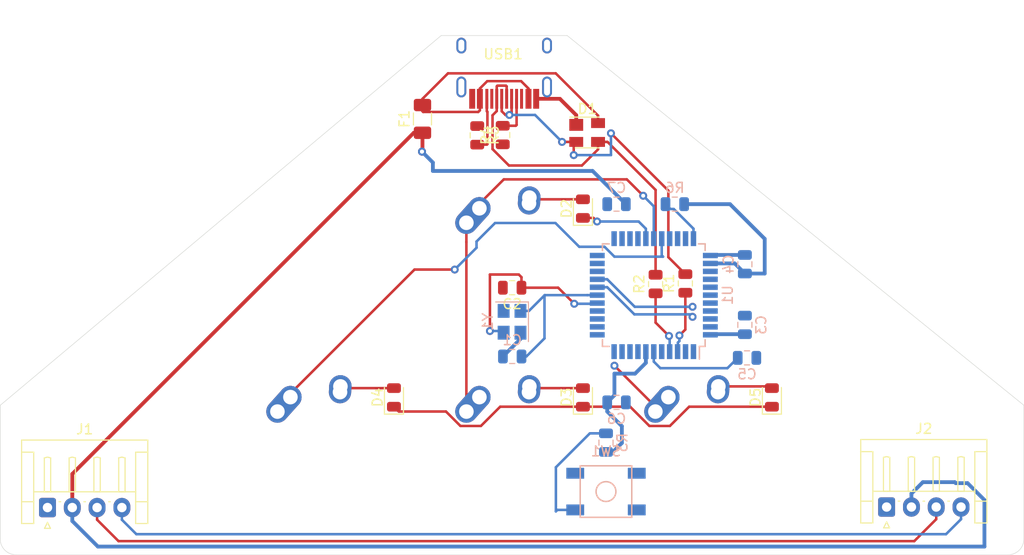
<source format=kicad_pcb>
(kicad_pcb (version 20171130) (host pcbnew "(5.1.5)-3")

  (general
    (thickness 1.6)
    (drawings 8)
    (tracks 233)
    (zones 0)
    (modules 29)
    (nets 47)
  )

  (page A4)
  (layers
    (0 F.Cu signal)
    (31 B.Cu signal)
    (32 B.Adhes user)
    (33 F.Adhes user)
    (34 B.Paste user)
    (35 F.Paste user)
    (36 B.SilkS user)
    (37 F.SilkS user)
    (38 B.Mask user)
    (39 F.Mask user)
    (40 Dwgs.User user)
    (41 Cmts.User user)
    (42 Eco1.User user)
    (43 Eco2.User user)
    (44 Edge.Cuts user)
    (45 Margin user)
    (46 B.CrtYd user)
    (47 F.CrtYd user)
    (48 B.Fab user)
    (49 F.Fab user)
  )

  (setup
    (last_trace_width 0.254)
    (trace_clearance 0.2)
    (zone_clearance 0.508)
    (zone_45_only no)
    (trace_min 0.2)
    (via_size 0.8)
    (via_drill 0.4)
    (via_min_size 0.4)
    (via_min_drill 0.3)
    (uvia_size 0.3)
    (uvia_drill 0.1)
    (uvias_allowed no)
    (uvia_min_size 0.2)
    (uvia_min_drill 0.1)
    (edge_width 0.05)
    (segment_width 0.2)
    (pcb_text_width 0.3)
    (pcb_text_size 1.5 1.5)
    (mod_edge_width 0.12)
    (mod_text_size 1 1)
    (mod_text_width 0.15)
    (pad_size 1.524 1.524)
    (pad_drill 0.762)
    (pad_to_mask_clearance 0.051)
    (solder_mask_min_width 0.25)
    (aux_axis_origin 0 0)
    (visible_elements 7FFFFFFF)
    (pcbplotparams
      (layerselection 0x010fc_ffffffff)
      (usegerberextensions false)
      (usegerberattributes false)
      (usegerberadvancedattributes false)
      (creategerberjobfile false)
      (excludeedgelayer true)
      (linewidth 0.100000)
      (plotframeref false)
      (viasonmask false)
      (mode 1)
      (useauxorigin false)
      (hpglpennumber 1)
      (hpglpenspeed 20)
      (hpglpendiameter 15.000000)
      (psnegative false)
      (psa4output false)
      (plotreference true)
      (plotvalue true)
      (plotinvisibletext false)
      (padsonsilk false)
      (subtractmaskfromsilk false)
      (outputformat 1)
      (mirror false)
      (drillshape 1)
      (scaleselection 1)
      (outputdirectory ""))
  )

  (net 0 "")
  (net 1 GND)
  (net 2 "Net-(C1-Pad1)")
  (net 3 "Net-(C2-Pad1)")
  (net 4 +5V)
  (net 5 "Net-(C5-Pad1)")
  (net 6 VCC)
  (net 7 D+)
  (net 8 D-)
  (net 9 "Net-(D2-Pad2)")
  (net 10 row0)
  (net 11 "Net-(D3-Pad2)")
  (net 12 row1)
  (net 13 "Net-(D4-Pad2)")
  (net 14 "Net-(D5-Pad2)")
  (net 15 SCL)
  (net 16 SDA)
  (net 17 col0)
  (net 18 col1)
  (net 19 "Net-(R1-Pad1)")
  (net 20 "Net-(R2-Pad1)")
  (net 21 "Net-(R3-Pad2)")
  (net 22 "Net-(R4-Pad2)")
  (net 23 "Net-(R5-Pad2)")
  (net 24 "Net-(R6-Pad2)")
  (net 25 "Net-(U1-Pad42)")
  (net 26 "Net-(U1-Pad41)")
  (net 27 "Net-(U1-Pad40)")
  (net 28 "Net-(U1-Pad39)")
  (net 29 "Net-(U1-Pad38)")
  (net 30 "Net-(U1-Pad37)")
  (net 31 "Net-(U1-Pad36)")
  (net 32 "Net-(U1-Pad32)")
  (net 33 "Net-(U1-Pad31)")
  (net 34 "Net-(U1-Pad26)")
  (net 35 "Net-(U1-Pad25)")
  (net 36 "Net-(U1-Pad22)")
  (net 37 "Net-(U1-Pad21)")
  (net 38 "Net-(U1-Pad20)")
  (net 39 "Net-(U1-Pad12)")
  (net 40 "Net-(U1-Pad10)")
  (net 41 "Net-(U1-Pad9)")
  (net 42 "Net-(U1-Pad8)")
  (net 43 "Net-(U1-Pad1)")
  (net 44 "Net-(USB1-Pad3)")
  (net 45 "Net-(USB1-Pad9)")
  (net 46 col2)

  (net_class Default "This is the default net class."
    (clearance 0.2)
    (trace_width 0.254)
    (via_dia 0.8)
    (via_drill 0.4)
    (uvia_dia 0.3)
    (uvia_drill 0.1)
    (add_net D+)
    (add_net D-)
    (add_net "Net-(C1-Pad1)")
    (add_net "Net-(C2-Pad1)")
    (add_net "Net-(C5-Pad1)")
    (add_net "Net-(D2-Pad2)")
    (add_net "Net-(D3-Pad2)")
    (add_net "Net-(D4-Pad2)")
    (add_net "Net-(D5-Pad2)")
    (add_net "Net-(R1-Pad1)")
    (add_net "Net-(R2-Pad1)")
    (add_net "Net-(R3-Pad2)")
    (add_net "Net-(R4-Pad2)")
    (add_net "Net-(R5-Pad2)")
    (add_net "Net-(R6-Pad2)")
    (add_net "Net-(U1-Pad1)")
    (add_net "Net-(U1-Pad10)")
    (add_net "Net-(U1-Pad12)")
    (add_net "Net-(U1-Pad20)")
    (add_net "Net-(U1-Pad21)")
    (add_net "Net-(U1-Pad22)")
    (add_net "Net-(U1-Pad25)")
    (add_net "Net-(U1-Pad26)")
    (add_net "Net-(U1-Pad31)")
    (add_net "Net-(U1-Pad32)")
    (add_net "Net-(U1-Pad36)")
    (add_net "Net-(U1-Pad37)")
    (add_net "Net-(U1-Pad38)")
    (add_net "Net-(U1-Pad39)")
    (add_net "Net-(U1-Pad40)")
    (add_net "Net-(U1-Pad41)")
    (add_net "Net-(U1-Pad42)")
    (add_net "Net-(U1-Pad8)")
    (add_net "Net-(U1-Pad9)")
    (add_net "Net-(USB1-Pad3)")
    (add_net "Net-(USB1-Pad9)")
    (add_net SCL)
    (add_net SDA)
    (add_net VCC)
    (add_net col0)
    (add_net col1)
    (add_net col2)
    (add_net row0)
    (add_net row1)
  )

  (net_class power ""
    (clearance 0.2)
    (trace_width 0.381)
    (via_dia 0.8)
    (via_drill 0.4)
    (uvia_dia 0.3)
    (uvia_drill 0.1)
    (add_net +5V)
    (add_net GND)
  )

  (module Crystal:Crystal_SMD_3225-4Pin_3.2x2.5mm (layer B.Cu) (tedit 5A0FD1B2) (tstamp 5E7A4781)
    (at 186.53125 55.86875 270)
    (descr "SMD Crystal SERIES SMD3225/4 http://www.txccrystal.com/images/pdf/7m-accuracy.pdf, 3.2x2.5mm^2 package")
    (tags "SMD SMT crystal")
    (path /5E78B501)
    (attr smd)
    (fp_text reference Y1 (at 0 2.45 90) (layer B.SilkS)
      (effects (font (size 1 1) (thickness 0.15)) (justify mirror))
    )
    (fp_text value 16MHz (at 0 -2.45 90) (layer B.Fab)
      (effects (font (size 1 1) (thickness 0.15)) (justify mirror))
    )
    (fp_line (start 2.1 1.7) (end -2.1 1.7) (layer B.CrtYd) (width 0.05))
    (fp_line (start 2.1 -1.7) (end 2.1 1.7) (layer B.CrtYd) (width 0.05))
    (fp_line (start -2.1 -1.7) (end 2.1 -1.7) (layer B.CrtYd) (width 0.05))
    (fp_line (start -2.1 1.7) (end -2.1 -1.7) (layer B.CrtYd) (width 0.05))
    (fp_line (start -2 -1.65) (end 2 -1.65) (layer B.SilkS) (width 0.12))
    (fp_line (start -2 1.65) (end -2 -1.65) (layer B.SilkS) (width 0.12))
    (fp_line (start -1.6 -0.25) (end -0.6 -1.25) (layer B.Fab) (width 0.1))
    (fp_line (start 1.6 1.25) (end -1.6 1.25) (layer B.Fab) (width 0.1))
    (fp_line (start 1.6 -1.25) (end 1.6 1.25) (layer B.Fab) (width 0.1))
    (fp_line (start -1.6 -1.25) (end 1.6 -1.25) (layer B.Fab) (width 0.1))
    (fp_line (start -1.6 1.25) (end -1.6 -1.25) (layer B.Fab) (width 0.1))
    (fp_text user %R (at 0 0 90) (layer B.Fab)
      (effects (font (size 0.7 0.7) (thickness 0.105)) (justify mirror))
    )
    (pad 4 smd rect (at -1.1 0.85 270) (size 1.4 1.2) (layers B.Cu B.Paste B.Mask)
      (net 1 GND))
    (pad 3 smd rect (at 1.1 0.85 270) (size 1.4 1.2) (layers B.Cu B.Paste B.Mask)
      (net 3 "Net-(C2-Pad1)"))
    (pad 2 smd rect (at 1.1 -0.85 270) (size 1.4 1.2) (layers B.Cu B.Paste B.Mask)
      (net 1 GND))
    (pad 1 smd rect (at -1.1 -0.85 270) (size 1.4 1.2) (layers B.Cu B.Paste B.Mask)
      (net 2 "Net-(C1-Pad1)"))
    (model ${KISYS3DMOD}/Crystal.3dshapes/Crystal_SMD_3225-4Pin_3.2x2.5mm.wrl
      (at (xyz 0 0 0))
      (scale (xyz 1 1 1))
      (rotate (xyz 0 0 0))
    )
  )

  (module mullet:HRO-TYPE-C-31-M-12-HandSoldering (layer F.Cu) (tedit 5E0692E7) (tstamp 5E7A253E)
    (at 185.7375 25.4 180)
    (path /5E795BE0)
    (attr smd)
    (fp_text reference USB1 (at 0.104986 -3.464538) (layer F.SilkS)
      (effects (font (size 1 1) (thickness 0.15)))
    )
    (fp_text value mullet-pcb-rescue_HRO-TYPE-C-31-M-12-Type-C (at 0 1.15) (layer Dwgs.User)
      (effects (font (size 1 1) (thickness 0.15)))
    )
    (fp_line (start -4.47 0) (end 4.47 0) (layer Dwgs.User) (width 0.15))
    (fp_line (start -4.47 0) (end -4.47 -7.3) (layer Dwgs.User) (width 0.15))
    (fp_line (start 4.47 0) (end 4.47 -7.3) (layer Dwgs.User) (width 0.15))
    (fp_line (start -4.47 -7.3) (end 4.47 -7.3) (layer Dwgs.User) (width 0.15))
    (pad 12 smd rect (at 3.225 -7.97 180) (size 0.6 2) (layers F.Cu F.Paste F.Mask)
      (net 1 GND))
    (pad 1 smd rect (at -3.225 -7.97 180) (size 0.6 2) (layers F.Cu F.Paste F.Mask)
      (net 1 GND))
    (pad 11 smd rect (at 2.45 -7.97 180) (size 0.6 2) (layers F.Cu F.Paste F.Mask)
      (net 6 VCC))
    (pad 2 smd rect (at -2.45 -7.97 180) (size 0.6 2) (layers F.Cu F.Paste F.Mask)
      (net 6 VCC))
    (pad 3 smd rect (at -1.75 -7.97 180) (size 0.3 2) (layers F.Cu F.Paste F.Mask)
      (net 44 "Net-(USB1-Pad3)"))
    (pad 10 smd rect (at 1.75 -7.97 180) (size 0.3 2) (layers F.Cu F.Paste F.Mask)
      (net 23 "Net-(R5-Pad2)"))
    (pad 4 smd rect (at -1.25 -7.97 180) (size 0.3 2) (layers F.Cu F.Paste F.Mask)
      (net 22 "Net-(R4-Pad2)"))
    (pad 9 smd rect (at 1.25 -7.97 180) (size 0.3 2) (layers F.Cu F.Paste F.Mask)
      (net 45 "Net-(USB1-Pad9)"))
    (pad 5 smd rect (at -0.75 -7.97 180) (size 0.3 2) (layers F.Cu F.Paste F.Mask)
      (net 8 D-))
    (pad 8 smd rect (at 0.75 -7.97 180) (size 0.3 2) (layers F.Cu F.Paste F.Mask)
      (net 7 D+))
    (pad 7 smd rect (at 0.25 -7.97 180) (size 0.3 2) (layers F.Cu F.Paste F.Mask)
      (net 8 D-))
    (pad 6 smd rect (at -0.25 -7.97 180) (size 0.3 2) (layers F.Cu F.Paste F.Mask)
      (net 7 D+))
    (pad "" np_thru_hole circle (at 2.89 -6.25 180) (size 0.65 0.65) (drill 0.65) (layers *.Cu *.Mask))
    (pad "" np_thru_hole circle (at -2.89 -6.25 180) (size 0.65 0.65) (drill 0.65) (layers *.Cu *.Mask))
    (pad 13 thru_hole oval (at -4.32 -6.78 180) (size 1 2.1) (drill oval 0.6 1.7) (layers *.Cu B.Mask)
      (net 1 GND))
    (pad 13 thru_hole oval (at 4.32 -6.78 180) (size 1 2.1) (drill oval 0.6 1.7) (layers *.Cu B.Mask)
      (net 1 GND))
    (pad 13 thru_hole oval (at -4.32 -2.6 180) (size 1 1.6) (drill oval 0.6 1.2) (layers *.Cu B.Mask)
      (net 1 GND))
    (pad 13 thru_hole oval (at 4.32 -2.6 180) (size 1 1.6) (drill oval 0.6 1.2) (layers *.Cu B.Mask)
      (net 1 GND))
    (model "C:/Users/bryan/Downloads/Type-C.pretty-master/Type-C.pretty-master/HRO  TYPE-C-31-M-12.step"
      (offset (xyz -4.5 0 0))
      (scale (xyz 1 1 1))
      (rotate (xyz -180 0 0))
    )
    (model "C:/Users/bryan/OneDrive/kicad projects/libraries/Type-C.pretty/HRO  TYPE-C-31-M-12.step"
      (offset (xyz -4.475 0 0))
      (scale (xyz 1 1 1))
      (rotate (xyz -90 0 0))
    )
  )

  (module Package_QFP:TQFP-44_10x10mm_P0.8mm (layer B.Cu) (tedit 5A02F146) (tstamp 5E7A2524)
    (at 200.81875 53.18125 90)
    (descr "44-Lead Plastic Thin Quad Flatpack (PT) - 10x10x1.0 mm Body [TQFP] (see Microchip Packaging Specification 00000049BS.pdf)")
    (tags "QFP 0.8")
    (path /5E77C29D)
    (attr smd)
    (fp_text reference U1 (at 0 7.45 90) (layer B.SilkS)
      (effects (font (size 1 1) (thickness 0.15)) (justify mirror))
    )
    (fp_text value ATmega32U4-AU (at 0 -7.45 90) (layer B.Fab)
      (effects (font (size 1 1) (thickness 0.15)) (justify mirror))
    )
    (fp_line (start -5.175 4.6) (end -6.45 4.6) (layer B.SilkS) (width 0.15))
    (fp_line (start 5.175 5.175) (end 4.5 5.175) (layer B.SilkS) (width 0.15))
    (fp_line (start 5.175 -5.175) (end 4.5 -5.175) (layer B.SilkS) (width 0.15))
    (fp_line (start -5.175 -5.175) (end -4.5 -5.175) (layer B.SilkS) (width 0.15))
    (fp_line (start -5.175 5.175) (end -4.5 5.175) (layer B.SilkS) (width 0.15))
    (fp_line (start -5.175 -5.175) (end -5.175 -4.5) (layer B.SilkS) (width 0.15))
    (fp_line (start 5.175 -5.175) (end 5.175 -4.5) (layer B.SilkS) (width 0.15))
    (fp_line (start 5.175 5.175) (end 5.175 4.5) (layer B.SilkS) (width 0.15))
    (fp_line (start -5.175 5.175) (end -5.175 4.6) (layer B.SilkS) (width 0.15))
    (fp_line (start -6.7 -6.7) (end 6.7 -6.7) (layer B.CrtYd) (width 0.05))
    (fp_line (start -6.7 6.7) (end 6.7 6.7) (layer B.CrtYd) (width 0.05))
    (fp_line (start 6.7 6.7) (end 6.7 -6.7) (layer B.CrtYd) (width 0.05))
    (fp_line (start -6.7 6.7) (end -6.7 -6.7) (layer B.CrtYd) (width 0.05))
    (fp_line (start -5 4) (end -4 5) (layer B.Fab) (width 0.15))
    (fp_line (start -5 -5) (end -5 4) (layer B.Fab) (width 0.15))
    (fp_line (start 5 -5) (end -5 -5) (layer B.Fab) (width 0.15))
    (fp_line (start 5 5) (end 5 -5) (layer B.Fab) (width 0.15))
    (fp_line (start -4 5) (end 5 5) (layer B.Fab) (width 0.15))
    (fp_text user %R (at 0 0 90) (layer B.Fab)
      (effects (font (size 1 1) (thickness 0.15)) (justify mirror))
    )
    (pad 44 smd rect (at -4 5.7) (size 1.5 0.55) (layers B.Cu B.Paste B.Mask)
      (net 4 +5V))
    (pad 43 smd rect (at -3.2 5.7) (size 1.5 0.55) (layers B.Cu B.Paste B.Mask)
      (net 1 GND))
    (pad 42 smd rect (at -2.4 5.7) (size 1.5 0.55) (layers B.Cu B.Paste B.Mask)
      (net 25 "Net-(U1-Pad42)"))
    (pad 41 smd rect (at -1.6 5.7) (size 1.5 0.55) (layers B.Cu B.Paste B.Mask)
      (net 26 "Net-(U1-Pad41)"))
    (pad 40 smd rect (at -0.8 5.7) (size 1.5 0.55) (layers B.Cu B.Paste B.Mask)
      (net 27 "Net-(U1-Pad40)"))
    (pad 39 smd rect (at 0 5.7) (size 1.5 0.55) (layers B.Cu B.Paste B.Mask)
      (net 28 "Net-(U1-Pad39)"))
    (pad 38 smd rect (at 0.8 5.7) (size 1.5 0.55) (layers B.Cu B.Paste B.Mask)
      (net 29 "Net-(U1-Pad38)"))
    (pad 37 smd rect (at 1.6 5.7) (size 1.5 0.55) (layers B.Cu B.Paste B.Mask)
      (net 30 "Net-(U1-Pad37)"))
    (pad 36 smd rect (at 2.4 5.7) (size 1.5 0.55) (layers B.Cu B.Paste B.Mask)
      (net 31 "Net-(U1-Pad36)"))
    (pad 35 smd rect (at 3.2 5.7) (size 1.5 0.55) (layers B.Cu B.Paste B.Mask)
      (net 1 GND))
    (pad 34 smd rect (at 4 5.7) (size 1.5 0.55) (layers B.Cu B.Paste B.Mask)
      (net 4 +5V))
    (pad 33 smd rect (at 5.7 4 90) (size 1.5 0.55) (layers B.Cu B.Paste B.Mask)
      (net 24 "Net-(R6-Pad2)"))
    (pad 32 smd rect (at 5.7 3.2 90) (size 1.5 0.55) (layers B.Cu B.Paste B.Mask)
      (net 32 "Net-(U1-Pad32)"))
    (pad 31 smd rect (at 5.7 2.4 90) (size 1.5 0.55) (layers B.Cu B.Paste B.Mask)
      (net 33 "Net-(U1-Pad31)"))
    (pad 30 smd rect (at 5.7 1.6 90) (size 1.5 0.55) (layers B.Cu B.Paste B.Mask)
      (net 12 row1))
    (pad 29 smd rect (at 5.7 0.8 90) (size 1.5 0.55) (layers B.Cu B.Paste B.Mask)
      (net 17 col0))
    (pad 28 smd rect (at 5.7 0 90) (size 1.5 0.55) (layers B.Cu B.Paste B.Mask)
      (net 18 col1))
    (pad 27 smd rect (at 5.7 -0.8 90) (size 1.5 0.55) (layers B.Cu B.Paste B.Mask)
      (net 10 row0))
    (pad 26 smd rect (at 5.7 -1.6 90) (size 1.5 0.55) (layers B.Cu B.Paste B.Mask)
      (net 34 "Net-(U1-Pad26)"))
    (pad 25 smd rect (at 5.7 -2.4 90) (size 1.5 0.55) (layers B.Cu B.Paste B.Mask)
      (net 35 "Net-(U1-Pad25)"))
    (pad 24 smd rect (at 5.7 -3.2 90) (size 1.5 0.55) (layers B.Cu B.Paste B.Mask)
      (net 4 +5V))
    (pad 23 smd rect (at 5.7 -4 90) (size 1.5 0.55) (layers B.Cu B.Paste B.Mask)
      (net 1 GND))
    (pad 22 smd rect (at 4 -5.7) (size 1.5 0.55) (layers B.Cu B.Paste B.Mask)
      (net 36 "Net-(U1-Pad22)"))
    (pad 21 smd rect (at 3.2 -5.7) (size 1.5 0.55) (layers B.Cu B.Paste B.Mask)
      (net 37 "Net-(U1-Pad21)"))
    (pad 20 smd rect (at 2.4 -5.7) (size 1.5 0.55) (layers B.Cu B.Paste B.Mask)
      (net 38 "Net-(U1-Pad20)"))
    (pad 19 smd rect (at 1.6 -5.7) (size 1.5 0.55) (layers B.Cu B.Paste B.Mask)
      (net 16 SDA))
    (pad 18 smd rect (at 0.8 -5.7) (size 1.5 0.55) (layers B.Cu B.Paste B.Mask)
      (net 15 SCL))
    (pad 17 smd rect (at 0 -5.7) (size 1.5 0.55) (layers B.Cu B.Paste B.Mask)
      (net 2 "Net-(C1-Pad1)"))
    (pad 16 smd rect (at -0.8 -5.7) (size 1.5 0.55) (layers B.Cu B.Paste B.Mask)
      (net 3 "Net-(C2-Pad1)"))
    (pad 15 smd rect (at -1.6 -5.7) (size 1.5 0.55) (layers B.Cu B.Paste B.Mask)
      (net 1 GND))
    (pad 14 smd rect (at -2.4 -5.7) (size 1.5 0.55) (layers B.Cu B.Paste B.Mask)
      (net 4 +5V))
    (pad 13 smd rect (at -3.2 -5.7) (size 1.5 0.55) (layers B.Cu B.Paste B.Mask)
      (net 21 "Net-(R3-Pad2)"))
    (pad 12 smd rect (at -4 -5.7) (size 1.5 0.55) (layers B.Cu B.Paste B.Mask)
      (net 39 "Net-(U1-Pad12)"))
    (pad 11 smd rect (at -5.7 -4 90) (size 1.5 0.55) (layers B.Cu B.Paste B.Mask)
      (net 46 col2))
    (pad 10 smd rect (at -5.7 -3.2 90) (size 1.5 0.55) (layers B.Cu B.Paste B.Mask)
      (net 40 "Net-(U1-Pad10)"))
    (pad 9 smd rect (at -5.7 -2.4 90) (size 1.5 0.55) (layers B.Cu B.Paste B.Mask)
      (net 41 "Net-(U1-Pad9)"))
    (pad 8 smd rect (at -5.7 -1.6 90) (size 1.5 0.55) (layers B.Cu B.Paste B.Mask)
      (net 42 "Net-(U1-Pad8)"))
    (pad 7 smd rect (at -5.7 -0.8 90) (size 1.5 0.55) (layers B.Cu B.Paste B.Mask)
      (net 4 +5V))
    (pad 6 smd rect (at -5.7 0 90) (size 1.5 0.55) (layers B.Cu B.Paste B.Mask)
      (net 5 "Net-(C5-Pad1)"))
    (pad 5 smd rect (at -5.7 0.8 90) (size 1.5 0.55) (layers B.Cu B.Paste B.Mask)
      (net 1 GND))
    (pad 4 smd rect (at -5.7 1.6 90) (size 1.5 0.55) (layers B.Cu B.Paste B.Mask)
      (net 20 "Net-(R2-Pad1)"))
    (pad 3 smd rect (at -5.7 2.4 90) (size 1.5 0.55) (layers B.Cu B.Paste B.Mask)
      (net 19 "Net-(R1-Pad1)"))
    (pad 2 smd rect (at -5.7 3.2 90) (size 1.5 0.55) (layers B.Cu B.Paste B.Mask)
      (net 4 +5V))
    (pad 1 smd rect (at -5.7 4 90) (size 1.5 0.55) (layers B.Cu B.Paste B.Mask)
      (net 43 "Net-(U1-Pad1)"))
    (model ${KISYS3DMOD}/Package_QFP.3dshapes/TQFP-44_10x10mm_P0.8mm.wrl
      (at (xyz 0 0 0))
      (scale (xyz 1 1 1))
      (rotate (xyz 0 0 0))
    )
  )

  (module random-keyboard-parts:SKQG-1155865 (layer B.Cu) (tedit 5C42C5DE) (tstamp 5E7A24E1)
    (at 196 73)
    (path /5E790F4F)
    (attr smd)
    (fp_text reference SW1 (at 0 -4.064) (layer B.SilkS)
      (effects (font (size 1 1) (thickness 0.15)) (justify mirror))
    )
    (fp_text value SW_Reset (at 0 4.064) (layer B.Fab)
      (effects (font (size 1 1) (thickness 0.15)) (justify mirror))
    )
    (fp_line (start -2.6 2.6) (end 2.6 2.6) (layer B.SilkS) (width 0.15))
    (fp_line (start 2.6 2.6) (end 2.6 -2.6) (layer B.SilkS) (width 0.15))
    (fp_line (start 2.6 -2.6) (end -2.6 -2.6) (layer B.SilkS) (width 0.15))
    (fp_line (start -2.6 -2.6) (end -2.6 2.6) (layer B.SilkS) (width 0.15))
    (fp_circle (center 0 0) (end 1 0) (layer B.SilkS) (width 0.15))
    (fp_line (start -4.2 2.6) (end 4.2 2.6) (layer B.Fab) (width 0.15))
    (fp_line (start 4.2 2.6) (end 4.2 1.2) (layer B.Fab) (width 0.15))
    (fp_line (start 4.2 1.1) (end 2.6 1.1) (layer B.Fab) (width 0.15))
    (fp_line (start 2.6 1.1) (end 2.6 -1.1) (layer B.Fab) (width 0.15))
    (fp_line (start 2.6 -1.1) (end 4.2 -1.1) (layer B.Fab) (width 0.15))
    (fp_line (start 4.2 -1.1) (end 4.2 -2.6) (layer B.Fab) (width 0.15))
    (fp_line (start 4.2 -2.6) (end -4.2 -2.6) (layer B.Fab) (width 0.15))
    (fp_line (start -4.2 -2.6) (end -4.2 -1.1) (layer B.Fab) (width 0.15))
    (fp_line (start -4.2 -1.1) (end -2.6 -1.1) (layer B.Fab) (width 0.15))
    (fp_line (start -2.6 -1.1) (end -2.6 1.1) (layer B.Fab) (width 0.15))
    (fp_line (start -2.6 1.1) (end -4.2 1.1) (layer B.Fab) (width 0.15))
    (fp_line (start -4.2 1.1) (end -4.2 2.6) (layer B.Fab) (width 0.15))
    (fp_circle (center 0 0) (end 1 0) (layer B.Fab) (width 0.15))
    (fp_line (start -2.6 1.1) (end -1.1 2.6) (layer B.Fab) (width 0.15))
    (fp_line (start 2.6 1.1) (end 1.1 2.6) (layer B.Fab) (width 0.15))
    (fp_line (start 2.6 -1.1) (end 1.1 -2.6) (layer B.Fab) (width 0.15))
    (fp_line (start -2.6 -1.1) (end -1.1 -2.6) (layer B.Fab) (width 0.15))
    (pad 4 smd rect (at -3.1 -1.85) (size 1.8 1.1) (layers B.Cu B.Paste B.Mask))
    (pad 3 smd rect (at 3.1 1.85) (size 1.8 1.1) (layers B.Cu B.Paste B.Mask))
    (pad 2 smd rect (at -3.1 1.85) (size 1.8 1.1) (layers B.Cu B.Paste B.Mask)
      (net 21 "Net-(R3-Pad2)"))
    (pad 1 smd rect (at 3.1 -1.85) (size 1.8 1.1) (layers B.Cu B.Paste B.Mask)
      (net 1 GND))
  )

  (module Resistor_SMD:R_0805_2012Metric (layer B.Cu) (tedit 5B36C52B) (tstamp 5E7A24C3)
    (at 202.9375 44 180)
    (descr "Resistor SMD 0805 (2012 Metric), square (rectangular) end terminal, IPC_7351 nominal, (Body size source: https://docs.google.com/spreadsheets/d/1BsfQQcO9C6DZCsRaXUlFlo91Tg2WpOkGARC1WS5S8t0/edit?usp=sharing), generated with kicad-footprint-generator")
    (tags resistor)
    (path /5E78125A)
    (attr smd)
    (fp_text reference R6 (at 0 1.65) (layer B.SilkS)
      (effects (font (size 1 1) (thickness 0.15)) (justify mirror))
    )
    (fp_text value 10K (at 0 -1.65) (layer B.Fab)
      (effects (font (size 1 1) (thickness 0.15)) (justify mirror))
    )
    (fp_text user %R (at 0 0) (layer B.Fab)
      (effects (font (size 0.5 0.5) (thickness 0.08)) (justify mirror))
    )
    (fp_line (start 1.68 -0.95) (end -1.68 -0.95) (layer B.CrtYd) (width 0.05))
    (fp_line (start 1.68 0.95) (end 1.68 -0.95) (layer B.CrtYd) (width 0.05))
    (fp_line (start -1.68 0.95) (end 1.68 0.95) (layer B.CrtYd) (width 0.05))
    (fp_line (start -1.68 -0.95) (end -1.68 0.95) (layer B.CrtYd) (width 0.05))
    (fp_line (start -0.258578 -0.71) (end 0.258578 -0.71) (layer B.SilkS) (width 0.12))
    (fp_line (start -0.258578 0.71) (end 0.258578 0.71) (layer B.SilkS) (width 0.12))
    (fp_line (start 1 -0.6) (end -1 -0.6) (layer B.Fab) (width 0.1))
    (fp_line (start 1 0.6) (end 1 -0.6) (layer B.Fab) (width 0.1))
    (fp_line (start -1 0.6) (end 1 0.6) (layer B.Fab) (width 0.1))
    (fp_line (start -1 -0.6) (end -1 0.6) (layer B.Fab) (width 0.1))
    (pad 2 smd roundrect (at 0.9375 0 180) (size 0.975 1.4) (layers B.Cu B.Paste B.Mask) (roundrect_rratio 0.25)
      (net 24 "Net-(R6-Pad2)"))
    (pad 1 smd roundrect (at -0.9375 0 180) (size 0.975 1.4) (layers B.Cu B.Paste B.Mask) (roundrect_rratio 0.25)
      (net 1 GND))
    (model ${KISYS3DMOD}/Resistor_SMD.3dshapes/R_0805_2012Metric.wrl
      (at (xyz 0 0 0))
      (scale (xyz 1 1 1))
      (rotate (xyz 0 0 0))
    )
  )

  (module Resistor_SMD:R_0805_2012Metric (layer F.Cu) (tedit 5B36C52B) (tstamp 5E7A24B2)
    (at 183.02 37.0575 270)
    (descr "Resistor SMD 0805 (2012 Metric), square (rectangular) end terminal, IPC_7351 nominal, (Body size source: https://docs.google.com/spreadsheets/d/1BsfQQcO9C6DZCsRaXUlFlo91Tg2WpOkGARC1WS5S8t0/edit?usp=sharing), generated with kicad-footprint-generator")
    (tags resistor)
    (path /5E7B54C8)
    (attr smd)
    (fp_text reference R5 (at 0 -1.65 270) (layer F.SilkS)
      (effects (font (size 1 1) (thickness 0.15)))
    )
    (fp_text value 5.1K (at 0 1.65 270) (layer F.Fab)
      (effects (font (size 1 1) (thickness 0.15)))
    )
    (fp_text user %R (at 0 0 270) (layer F.Fab)
      (effects (font (size 0.5 0.5) (thickness 0.08)))
    )
    (fp_line (start 1.68 0.95) (end -1.68 0.95) (layer F.CrtYd) (width 0.05))
    (fp_line (start 1.68 -0.95) (end 1.68 0.95) (layer F.CrtYd) (width 0.05))
    (fp_line (start -1.68 -0.95) (end 1.68 -0.95) (layer F.CrtYd) (width 0.05))
    (fp_line (start -1.68 0.95) (end -1.68 -0.95) (layer F.CrtYd) (width 0.05))
    (fp_line (start -0.258578 0.71) (end 0.258578 0.71) (layer F.SilkS) (width 0.12))
    (fp_line (start -0.258578 -0.71) (end 0.258578 -0.71) (layer F.SilkS) (width 0.12))
    (fp_line (start 1 0.6) (end -1 0.6) (layer F.Fab) (width 0.1))
    (fp_line (start 1 -0.6) (end 1 0.6) (layer F.Fab) (width 0.1))
    (fp_line (start -1 -0.6) (end 1 -0.6) (layer F.Fab) (width 0.1))
    (fp_line (start -1 0.6) (end -1 -0.6) (layer F.Fab) (width 0.1))
    (pad 2 smd roundrect (at 0.9375 0 270) (size 0.975 1.4) (layers F.Cu F.Paste F.Mask) (roundrect_rratio 0.25)
      (net 23 "Net-(R5-Pad2)"))
    (pad 1 smd roundrect (at -0.9375 0 270) (size 0.975 1.4) (layers F.Cu F.Paste F.Mask) (roundrect_rratio 0.25)
      (net 1 GND))
    (model ${KISYS3DMOD}/Resistor_SMD.3dshapes/R_0805_2012Metric.wrl
      (at (xyz 0 0 0))
      (scale (xyz 1 1 1))
      (rotate (xyz 0 0 0))
    )
  )

  (module Resistor_SMD:R_0805_2012Metric (layer F.Cu) (tedit 5B36C52B) (tstamp 5E7A4B42)
    (at 185.59 37.0275 90)
    (descr "Resistor SMD 0805 (2012 Metric), square (rectangular) end terminal, IPC_7351 nominal, (Body size source: https://docs.google.com/spreadsheets/d/1BsfQQcO9C6DZCsRaXUlFlo91Tg2WpOkGARC1WS5S8t0/edit?usp=sharing), generated with kicad-footprint-generator")
    (tags resistor)
    (path /5E7B0247)
    (attr smd)
    (fp_text reference R4 (at 0 -1.65 270) (layer F.SilkS)
      (effects (font (size 1 1) (thickness 0.15)))
    )
    (fp_text value 5.1K (at 0 1.65 270) (layer F.Fab)
      (effects (font (size 1 1) (thickness 0.15)))
    )
    (fp_text user %R (at 0 0 270) (layer F.Fab)
      (effects (font (size 0.5 0.5) (thickness 0.08)))
    )
    (fp_line (start 1.68 0.95) (end -1.68 0.95) (layer F.CrtYd) (width 0.05))
    (fp_line (start 1.68 -0.95) (end 1.68 0.95) (layer F.CrtYd) (width 0.05))
    (fp_line (start -1.68 -0.95) (end 1.68 -0.95) (layer F.CrtYd) (width 0.05))
    (fp_line (start -1.68 0.95) (end -1.68 -0.95) (layer F.CrtYd) (width 0.05))
    (fp_line (start -0.258578 0.71) (end 0.258578 0.71) (layer F.SilkS) (width 0.12))
    (fp_line (start -0.258578 -0.71) (end 0.258578 -0.71) (layer F.SilkS) (width 0.12))
    (fp_line (start 1 0.6) (end -1 0.6) (layer F.Fab) (width 0.1))
    (fp_line (start 1 -0.6) (end 1 0.6) (layer F.Fab) (width 0.1))
    (fp_line (start -1 -0.6) (end 1 -0.6) (layer F.Fab) (width 0.1))
    (fp_line (start -1 0.6) (end -1 -0.6) (layer F.Fab) (width 0.1))
    (pad 2 smd roundrect (at 0.9375 0 90) (size 0.975 1.4) (layers F.Cu F.Paste F.Mask) (roundrect_rratio 0.25)
      (net 22 "Net-(R4-Pad2)"))
    (pad 1 smd roundrect (at -0.9375 0 90) (size 0.975 1.4) (layers F.Cu F.Paste F.Mask) (roundrect_rratio 0.25)
      (net 1 GND))
    (model ${KISYS3DMOD}/Resistor_SMD.3dshapes/R_0805_2012Metric.wrl
      (at (xyz 0 0 0))
      (scale (xyz 1 1 1))
      (rotate (xyz 0 0 0))
    )
  )

  (module Resistor_SMD:R_0805_2012Metric (layer B.Cu) (tedit 5B36C52B) (tstamp 5E7A2490)
    (at 196 68.0625 90)
    (descr "Resistor SMD 0805 (2012 Metric), square (rectangular) end terminal, IPC_7351 nominal, (Body size source: https://docs.google.com/spreadsheets/d/1BsfQQcO9C6DZCsRaXUlFlo91Tg2WpOkGARC1WS5S8t0/edit?usp=sharing), generated with kicad-footprint-generator")
    (tags resistor)
    (path /5E79343A)
    (attr smd)
    (fp_text reference R3 (at 0 1.65 90) (layer B.SilkS)
      (effects (font (size 1 1) (thickness 0.15)) (justify mirror))
    )
    (fp_text value 10K (at 0 -1.65 90) (layer B.Fab)
      (effects (font (size 1 1) (thickness 0.15)) (justify mirror))
    )
    (fp_text user %R (at 0 0 90) (layer B.Fab)
      (effects (font (size 0.5 0.5) (thickness 0.08)) (justify mirror))
    )
    (fp_line (start 1.68 -0.95) (end -1.68 -0.95) (layer B.CrtYd) (width 0.05))
    (fp_line (start 1.68 0.95) (end 1.68 -0.95) (layer B.CrtYd) (width 0.05))
    (fp_line (start -1.68 0.95) (end 1.68 0.95) (layer B.CrtYd) (width 0.05))
    (fp_line (start -1.68 -0.95) (end -1.68 0.95) (layer B.CrtYd) (width 0.05))
    (fp_line (start -0.258578 -0.71) (end 0.258578 -0.71) (layer B.SilkS) (width 0.12))
    (fp_line (start -0.258578 0.71) (end 0.258578 0.71) (layer B.SilkS) (width 0.12))
    (fp_line (start 1 -0.6) (end -1 -0.6) (layer B.Fab) (width 0.1))
    (fp_line (start 1 0.6) (end 1 -0.6) (layer B.Fab) (width 0.1))
    (fp_line (start -1 0.6) (end 1 0.6) (layer B.Fab) (width 0.1))
    (fp_line (start -1 -0.6) (end -1 0.6) (layer B.Fab) (width 0.1))
    (pad 2 smd roundrect (at 0.9375 0 90) (size 0.975 1.4) (layers B.Cu B.Paste B.Mask) (roundrect_rratio 0.25)
      (net 21 "Net-(R3-Pad2)"))
    (pad 1 smd roundrect (at -0.9375 0 90) (size 0.975 1.4) (layers B.Cu B.Paste B.Mask) (roundrect_rratio 0.25)
      (net 4 +5V))
    (model ${KISYS3DMOD}/Resistor_SMD.3dshapes/R_0805_2012Metric.wrl
      (at (xyz 0 0 0))
      (scale (xyz 1 1 1))
      (rotate (xyz 0 0 0))
    )
  )

  (module Resistor_SMD:R_0805_2012Metric (layer F.Cu) (tedit 5B36C52B) (tstamp 5E7A247F)
    (at 201 52.0625 90)
    (descr "Resistor SMD 0805 (2012 Metric), square (rectangular) end terminal, IPC_7351 nominal, (Body size source: https://docs.google.com/spreadsheets/d/1BsfQQcO9C6DZCsRaXUlFlo91Tg2WpOkGARC1WS5S8t0/edit?usp=sharing), generated with kicad-footprint-generator")
    (tags resistor)
    (path /5E7821CC)
    (attr smd)
    (fp_text reference R2 (at 0 -1.65 270) (layer F.SilkS)
      (effects (font (size 1 1) (thickness 0.15)))
    )
    (fp_text value 22 (at 0 1.65 270) (layer F.Fab)
      (effects (font (size 1 1) (thickness 0.15)))
    )
    (fp_text user %R (at 0 0 270) (layer F.Fab)
      (effects (font (size 0.5 0.5) (thickness 0.08)))
    )
    (fp_line (start 1.68 0.95) (end -1.68 0.95) (layer F.CrtYd) (width 0.05))
    (fp_line (start 1.68 -0.95) (end 1.68 0.95) (layer F.CrtYd) (width 0.05))
    (fp_line (start -1.68 -0.95) (end 1.68 -0.95) (layer F.CrtYd) (width 0.05))
    (fp_line (start -1.68 0.95) (end -1.68 -0.95) (layer F.CrtYd) (width 0.05))
    (fp_line (start -0.258578 0.71) (end 0.258578 0.71) (layer F.SilkS) (width 0.12))
    (fp_line (start -0.258578 -0.71) (end 0.258578 -0.71) (layer F.SilkS) (width 0.12))
    (fp_line (start 1 0.6) (end -1 0.6) (layer F.Fab) (width 0.1))
    (fp_line (start 1 -0.6) (end 1 0.6) (layer F.Fab) (width 0.1))
    (fp_line (start -1 -0.6) (end 1 -0.6) (layer F.Fab) (width 0.1))
    (fp_line (start -1 0.6) (end -1 -0.6) (layer F.Fab) (width 0.1))
    (pad 2 smd roundrect (at 0.9375 0 90) (size 0.975 1.4) (layers F.Cu F.Paste F.Mask) (roundrect_rratio 0.25)
      (net 7 D+))
    (pad 1 smd roundrect (at -0.9375 0 90) (size 0.975 1.4) (layers F.Cu F.Paste F.Mask) (roundrect_rratio 0.25)
      (net 20 "Net-(R2-Pad1)"))
    (model ${KISYS3DMOD}/Resistor_SMD.3dshapes/R_0805_2012Metric.wrl
      (at (xyz 0 0 0))
      (scale (xyz 1 1 1))
      (rotate (xyz 0 0 0))
    )
  )

  (module Resistor_SMD:R_0805_2012Metric (layer F.Cu) (tedit 5B36C52B) (tstamp 5E7A246E)
    (at 204 52 90)
    (descr "Resistor SMD 0805 (2012 Metric), square (rectangular) end terminal, IPC_7351 nominal, (Body size source: https://docs.google.com/spreadsheets/d/1BsfQQcO9C6DZCsRaXUlFlo91Tg2WpOkGARC1WS5S8t0/edit?usp=sharing), generated with kicad-footprint-generator")
    (tags resistor)
    (path /5E78253B)
    (attr smd)
    (fp_text reference R1 (at 0 -1.65 90) (layer F.SilkS)
      (effects (font (size 1 1) (thickness 0.15)))
    )
    (fp_text value 22 (at 0 1.65 90) (layer F.Fab)
      (effects (font (size 1 1) (thickness 0.15)))
    )
    (fp_text user %R (at 0 0 90) (layer F.Fab)
      (effects (font (size 0.5 0.5) (thickness 0.08)))
    )
    (fp_line (start 1.68 0.95) (end -1.68 0.95) (layer F.CrtYd) (width 0.05))
    (fp_line (start 1.68 -0.95) (end 1.68 0.95) (layer F.CrtYd) (width 0.05))
    (fp_line (start -1.68 -0.95) (end 1.68 -0.95) (layer F.CrtYd) (width 0.05))
    (fp_line (start -1.68 0.95) (end -1.68 -0.95) (layer F.CrtYd) (width 0.05))
    (fp_line (start -0.258578 0.71) (end 0.258578 0.71) (layer F.SilkS) (width 0.12))
    (fp_line (start -0.258578 -0.71) (end 0.258578 -0.71) (layer F.SilkS) (width 0.12))
    (fp_line (start 1 0.6) (end -1 0.6) (layer F.Fab) (width 0.1))
    (fp_line (start 1 -0.6) (end 1 0.6) (layer F.Fab) (width 0.1))
    (fp_line (start -1 -0.6) (end 1 -0.6) (layer F.Fab) (width 0.1))
    (fp_line (start -1 0.6) (end -1 -0.6) (layer F.Fab) (width 0.1))
    (pad 2 smd roundrect (at 0.9375 0 90) (size 0.975 1.4) (layers F.Cu F.Paste F.Mask) (roundrect_rratio 0.25)
      (net 8 D-))
    (pad 1 smd roundrect (at -0.9375 0 90) (size 0.975 1.4) (layers F.Cu F.Paste F.Mask) (roundrect_rratio 0.25)
      (net 19 "Net-(R1-Pad1)"))
    (model ${KISYS3DMOD}/Resistor_SMD.3dshapes/R_0805_2012Metric.wrl
      (at (xyz 0 0 0))
      (scale (xyz 1 1 1))
      (rotate (xyz 0 0 0))
    )
  )

  (module MX_Alps_Hybrid:MX-1U-NoLED (layer F.Cu) (tedit 5A9F5203) (tstamp 5E7A245D)
    (at 185.7375 48.41875)
    (path /5E7BC528)
    (fp_text reference MXUp1 (at 0 3.175) (layer Dwgs.User)
      (effects (font (size 1 1) (thickness 0.15)))
    )
    (fp_text value MX-NoLED (at 0 -7.9375) (layer Dwgs.User)
      (effects (font (size 1 1) (thickness 0.15)))
    )
    (fp_line (start -9.525 9.525) (end -9.525 -9.525) (layer Dwgs.User) (width 0.15))
    (fp_line (start 9.525 9.525) (end -9.525 9.525) (layer Dwgs.User) (width 0.15))
    (fp_line (start 9.525 -9.525) (end 9.525 9.525) (layer Dwgs.User) (width 0.15))
    (fp_line (start -9.525 -9.525) (end 9.525 -9.525) (layer Dwgs.User) (width 0.15))
    (fp_line (start -7 -7) (end -7 -5) (layer Dwgs.User) (width 0.15))
    (fp_line (start -5 -7) (end -7 -7) (layer Dwgs.User) (width 0.15))
    (fp_line (start -7 7) (end -5 7) (layer Dwgs.User) (width 0.15))
    (fp_line (start -7 5) (end -7 7) (layer Dwgs.User) (width 0.15))
    (fp_line (start 7 7) (end 7 5) (layer Dwgs.User) (width 0.15))
    (fp_line (start 5 7) (end 7 7) (layer Dwgs.User) (width 0.15))
    (fp_line (start 7 -7) (end 7 -5) (layer Dwgs.User) (width 0.15))
    (fp_line (start 5 -7) (end 7 -7) (layer Dwgs.User) (width 0.15))
    (pad "" np_thru_hole circle (at 5.08 0 48.0996) (size 1.75 1.75) (drill 1.75) (layers *.Cu *.Mask))
    (pad "" np_thru_hole circle (at -5.08 0 48.0996) (size 1.75 1.75) (drill 1.75) (layers *.Cu *.Mask))
    (pad 1 thru_hole circle (at -2.5 -4) (size 2.25 2.25) (drill 1.47) (layers *.Cu B.Mask)
      (net 18 col1))
    (pad "" np_thru_hole circle (at 0 0) (size 3.9878 3.9878) (drill 3.9878) (layers *.Cu *.Mask))
    (pad 1 thru_hole oval (at -3.81 -2.54 48.0996) (size 4.211556 2.25) (drill 1.47 (offset 0.980778 0)) (layers *.Cu B.Mask)
      (net 18 col1))
    (pad 2 thru_hole circle (at 2.54 -5.08) (size 2.25 2.25) (drill 1.47) (layers *.Cu B.Mask)
      (net 9 "Net-(D2-Pad2)"))
    (pad 2 thru_hole oval (at 2.5 -4.5 86.0548) (size 2.831378 2.25) (drill 1.47 (offset 0.290689 0)) (layers *.Cu B.Mask)
      (net 9 "Net-(D2-Pad2)"))
  )

  (module MX_Alps_Hybrid:MX-1U-NoLED (layer F.Cu) (tedit 5A9F5203) (tstamp 5E7A2446)
    (at 204.7875 67.46875)
    (path /5E7C36BC)
    (fp_text reference MXRight1 (at 0 3.175) (layer Dwgs.User)
      (effects (font (size 1 1) (thickness 0.15)))
    )
    (fp_text value MX-NoLED (at 0 -7.9375) (layer Dwgs.User)
      (effects (font (size 1 1) (thickness 0.15)))
    )
    (fp_line (start -9.525 9.525) (end -9.525 -9.525) (layer Dwgs.User) (width 0.15))
    (fp_line (start 9.525 9.525) (end -9.525 9.525) (layer Dwgs.User) (width 0.15))
    (fp_line (start 9.525 -9.525) (end 9.525 9.525) (layer Dwgs.User) (width 0.15))
    (fp_line (start -9.525 -9.525) (end 9.525 -9.525) (layer Dwgs.User) (width 0.15))
    (fp_line (start -7 -7) (end -7 -5) (layer Dwgs.User) (width 0.15))
    (fp_line (start -5 -7) (end -7 -7) (layer Dwgs.User) (width 0.15))
    (fp_line (start -7 7) (end -5 7) (layer Dwgs.User) (width 0.15))
    (fp_line (start -7 5) (end -7 7) (layer Dwgs.User) (width 0.15))
    (fp_line (start 7 7) (end 7 5) (layer Dwgs.User) (width 0.15))
    (fp_line (start 5 7) (end 7 7) (layer Dwgs.User) (width 0.15))
    (fp_line (start 7 -7) (end 7 -5) (layer Dwgs.User) (width 0.15))
    (fp_line (start 5 -7) (end 7 -7) (layer Dwgs.User) (width 0.15))
    (pad "" np_thru_hole circle (at 5.08 0 48.0996) (size 1.75 1.75) (drill 1.75) (layers *.Cu *.Mask))
    (pad "" np_thru_hole circle (at -5.08 0 48.0996) (size 1.75 1.75) (drill 1.75) (layers *.Cu *.Mask))
    (pad 1 thru_hole circle (at -2.5 -4) (size 2.25 2.25) (drill 1.47) (layers *.Cu B.Mask)
      (net 46 col2))
    (pad "" np_thru_hole circle (at 0 0) (size 3.9878 3.9878) (drill 3.9878) (layers *.Cu *.Mask))
    (pad 1 thru_hole oval (at -3.81 -2.54 48.0996) (size 4.211556 2.25) (drill 1.47 (offset 0.980778 0)) (layers *.Cu B.Mask)
      (net 46 col2))
    (pad 2 thru_hole circle (at 2.54 -5.08) (size 2.25 2.25) (drill 1.47) (layers *.Cu B.Mask)
      (net 14 "Net-(D5-Pad2)"))
    (pad 2 thru_hole oval (at 2.5 -4.5 86.0548) (size 2.831378 2.25) (drill 1.47 (offset 0.290689 0)) (layers *.Cu B.Mask)
      (net 14 "Net-(D5-Pad2)"))
  )

  (module MX_Alps_Hybrid:MX-1U-NoLED (layer F.Cu) (tedit 5A9F5203) (tstamp 5E7A242F)
    (at 166.6875 67.46875)
    (path /5E7BF41E)
    (fp_text reference MXLeft1 (at 0 3.175) (layer Dwgs.User)
      (effects (font (size 1 1) (thickness 0.15)))
    )
    (fp_text value MX-NoLED (at 0 -7.9375) (layer Dwgs.User)
      (effects (font (size 1 1) (thickness 0.15)))
    )
    (fp_line (start -9.525 9.525) (end -9.525 -9.525) (layer Dwgs.User) (width 0.15))
    (fp_line (start 9.525 9.525) (end -9.525 9.525) (layer Dwgs.User) (width 0.15))
    (fp_line (start 9.525 -9.525) (end 9.525 9.525) (layer Dwgs.User) (width 0.15))
    (fp_line (start -9.525 -9.525) (end 9.525 -9.525) (layer Dwgs.User) (width 0.15))
    (fp_line (start -7 -7) (end -7 -5) (layer Dwgs.User) (width 0.15))
    (fp_line (start -5 -7) (end -7 -7) (layer Dwgs.User) (width 0.15))
    (fp_line (start -7 7) (end -5 7) (layer Dwgs.User) (width 0.15))
    (fp_line (start -7 5) (end -7 7) (layer Dwgs.User) (width 0.15))
    (fp_line (start 7 7) (end 7 5) (layer Dwgs.User) (width 0.15))
    (fp_line (start 5 7) (end 7 7) (layer Dwgs.User) (width 0.15))
    (fp_line (start 7 -7) (end 7 -5) (layer Dwgs.User) (width 0.15))
    (fp_line (start 5 -7) (end 7 -7) (layer Dwgs.User) (width 0.15))
    (pad "" np_thru_hole circle (at 5.08 0 48.0996) (size 1.75 1.75) (drill 1.75) (layers *.Cu *.Mask))
    (pad "" np_thru_hole circle (at -5.08 0 48.0996) (size 1.75 1.75) (drill 1.75) (layers *.Cu *.Mask))
    (pad 1 thru_hole circle (at -2.5 -4) (size 2.25 2.25) (drill 1.47) (layers *.Cu B.Mask)
      (net 17 col0))
    (pad "" np_thru_hole circle (at 0 0) (size 3.9878 3.9878) (drill 3.9878) (layers *.Cu *.Mask))
    (pad 1 thru_hole oval (at -3.81 -2.54 48.0996) (size 4.211556 2.25) (drill 1.47 (offset 0.980778 0)) (layers *.Cu B.Mask)
      (net 17 col0))
    (pad 2 thru_hole circle (at 2.54 -5.08) (size 2.25 2.25) (drill 1.47) (layers *.Cu B.Mask)
      (net 13 "Net-(D4-Pad2)"))
    (pad 2 thru_hole oval (at 2.5 -4.5 86.0548) (size 2.831378 2.25) (drill 1.47 (offset 0.290689 0)) (layers *.Cu B.Mask)
      (net 13 "Net-(D4-Pad2)"))
  )

  (module MX_Alps_Hybrid:MX-1U-NoLED (layer F.Cu) (tedit 5A9F5203) (tstamp 5E7A2418)
    (at 185.7375 67.46875)
    (path /5E7C1351)
    (fp_text reference MXDn1 (at 0 3.175) (layer Dwgs.User)
      (effects (font (size 1 1) (thickness 0.15)))
    )
    (fp_text value MX-NoLED (at 0 -7.9375) (layer Dwgs.User)
      (effects (font (size 1 1) (thickness 0.15)))
    )
    (fp_line (start -9.525 9.525) (end -9.525 -9.525) (layer Dwgs.User) (width 0.15))
    (fp_line (start 9.525 9.525) (end -9.525 9.525) (layer Dwgs.User) (width 0.15))
    (fp_line (start 9.525 -9.525) (end 9.525 9.525) (layer Dwgs.User) (width 0.15))
    (fp_line (start -9.525 -9.525) (end 9.525 -9.525) (layer Dwgs.User) (width 0.15))
    (fp_line (start -7 -7) (end -7 -5) (layer Dwgs.User) (width 0.15))
    (fp_line (start -5 -7) (end -7 -7) (layer Dwgs.User) (width 0.15))
    (fp_line (start -7 7) (end -5 7) (layer Dwgs.User) (width 0.15))
    (fp_line (start -7 5) (end -7 7) (layer Dwgs.User) (width 0.15))
    (fp_line (start 7 7) (end 7 5) (layer Dwgs.User) (width 0.15))
    (fp_line (start 5 7) (end 7 7) (layer Dwgs.User) (width 0.15))
    (fp_line (start 7 -7) (end 7 -5) (layer Dwgs.User) (width 0.15))
    (fp_line (start 5 -7) (end 7 -7) (layer Dwgs.User) (width 0.15))
    (pad "" np_thru_hole circle (at 5.08 0 48.0996) (size 1.75 1.75) (drill 1.75) (layers *.Cu *.Mask))
    (pad "" np_thru_hole circle (at -5.08 0 48.0996) (size 1.75 1.75) (drill 1.75) (layers *.Cu *.Mask))
    (pad 1 thru_hole circle (at -2.5 -4) (size 2.25 2.25) (drill 1.47) (layers *.Cu B.Mask)
      (net 18 col1))
    (pad "" np_thru_hole circle (at 0 0) (size 3.9878 3.9878) (drill 3.9878) (layers *.Cu *.Mask))
    (pad 1 thru_hole oval (at -3.81 -2.54 48.0996) (size 4.211556 2.25) (drill 1.47 (offset 0.980778 0)) (layers *.Cu B.Mask)
      (net 18 col1))
    (pad 2 thru_hole circle (at 2.54 -5.08) (size 2.25 2.25) (drill 1.47) (layers *.Cu B.Mask)
      (net 11 "Net-(D3-Pad2)"))
    (pad 2 thru_hole oval (at 2.5 -4.5 86.0548) (size 2.831378 2.25) (drill 1.47 (offset 0.290689 0)) (layers *.Cu B.Mask)
      (net 11 "Net-(D3-Pad2)"))
  )

  (module Connector_JST:JST_EH_S4B-EH_1x04_P2.50mm_Horizontal (layer F.Cu) (tedit 5C281425) (tstamp 5E7A5D70)
    (at 224.29 74.56)
    (descr "JST EH series connector, S4B-EH (http://www.jst-mfg.com/product/pdf/eng/eEH.pdf), generated with kicad-footprint-generator")
    (tags "connector JST EH horizontal")
    (path /5E7DC927)
    (fp_text reference J2 (at 3.75 -7.9) (layer F.SilkS)
      (effects (font (size 1 1) (thickness 0.15)))
    )
    (fp_text value OLED2 (at 3.75 2.7) (layer F.Fab)
      (effects (font (size 1 1) (thickness 0.15)))
    )
    (fp_text user %R (at 3.75 -2.6) (layer F.Fab)
      (effects (font (size 1 1) (thickness 0.15)))
    )
    (fp_line (start 0 -1.407107) (end 0.5 -0.7) (layer F.Fab) (width 0.1))
    (fp_line (start -0.5 -0.7) (end 0 -1.407107) (layer F.Fab) (width 0.1))
    (fp_line (start 0.3 2.1) (end 0 1.5) (layer F.SilkS) (width 0.12))
    (fp_line (start -0.3 2.1) (end 0.3 2.1) (layer F.SilkS) (width 0.12))
    (fp_line (start 0 1.5) (end -0.3 2.1) (layer F.SilkS) (width 0.12))
    (fp_line (start 7.82 -1.59) (end 7.5 -1.59) (layer F.SilkS) (width 0.12))
    (fp_line (start 7.82 -5.01) (end 7.82 -1.59) (layer F.SilkS) (width 0.12))
    (fp_line (start 7.5 -5.09) (end 7.82 -5.01) (layer F.SilkS) (width 0.12))
    (fp_line (start 7.18 -5.01) (end 7.5 -5.09) (layer F.SilkS) (width 0.12))
    (fp_line (start 7.18 -1.59) (end 7.18 -5.01) (layer F.SilkS) (width 0.12))
    (fp_line (start 7.5 -1.59) (end 7.18 -1.59) (layer F.SilkS) (width 0.12))
    (fp_line (start 6.17 -0.59) (end 6.33 -0.59) (layer F.SilkS) (width 0.12))
    (fp_line (start 5.32 -1.59) (end 5 -1.59) (layer F.SilkS) (width 0.12))
    (fp_line (start 5.32 -5.01) (end 5.32 -1.59) (layer F.SilkS) (width 0.12))
    (fp_line (start 5 -5.09) (end 5.32 -5.01) (layer F.SilkS) (width 0.12))
    (fp_line (start 4.68 -5.01) (end 5 -5.09) (layer F.SilkS) (width 0.12))
    (fp_line (start 4.68 -1.59) (end 4.68 -5.01) (layer F.SilkS) (width 0.12))
    (fp_line (start 5 -1.59) (end 4.68 -1.59) (layer F.SilkS) (width 0.12))
    (fp_line (start 3.67 -0.59) (end 3.83 -0.59) (layer F.SilkS) (width 0.12))
    (fp_line (start 2.82 -1.59) (end 2.5 -1.59) (layer F.SilkS) (width 0.12))
    (fp_line (start 2.82 -5.01) (end 2.82 -1.59) (layer F.SilkS) (width 0.12))
    (fp_line (start 2.5 -5.09) (end 2.82 -5.01) (layer F.SilkS) (width 0.12))
    (fp_line (start 2.18 -5.01) (end 2.5 -5.09) (layer F.SilkS) (width 0.12))
    (fp_line (start 2.18 -1.59) (end 2.18 -5.01) (layer F.SilkS) (width 0.12))
    (fp_line (start 2.5 -1.59) (end 2.18 -1.59) (layer F.SilkS) (width 0.12))
    (fp_line (start 1.17 -0.59) (end 1.33 -0.59) (layer F.SilkS) (width 0.12))
    (fp_line (start 0.32 -1.59) (end 0 -1.59) (layer F.SilkS) (width 0.12))
    (fp_line (start 0.32 -5.01) (end 0.32 -1.59) (layer F.SilkS) (width 0.12))
    (fp_line (start 0 -5.09) (end 0.32 -5.01) (layer F.SilkS) (width 0.12))
    (fp_line (start -0.32 -5.01) (end 0 -5.09) (layer F.SilkS) (width 0.12))
    (fp_line (start -0.32 -1.59) (end -0.32 -5.01) (layer F.SilkS) (width 0.12))
    (fp_line (start 0 -1.59) (end -0.32 -1.59) (layer F.SilkS) (width 0.12))
    (fp_line (start -1.39 -1.59) (end 8.89 -1.59) (layer F.SilkS) (width 0.12))
    (fp_line (start 8.89 -0.59) (end 10.11 -0.59) (layer F.SilkS) (width 0.12))
    (fp_line (start 8.89 -5.59) (end 8.89 -0.59) (layer F.SilkS) (width 0.12))
    (fp_line (start 10.11 -5.59) (end 8.89 -5.59) (layer F.SilkS) (width 0.12))
    (fp_line (start -1.39 -0.59) (end -2.61 -0.59) (layer F.SilkS) (width 0.12))
    (fp_line (start -1.39 -5.59) (end -1.39 -0.59) (layer F.SilkS) (width 0.12))
    (fp_line (start -2.61 -5.59) (end -1.39 -5.59) (layer F.SilkS) (width 0.12))
    (fp_line (start 8.89 1.61) (end 8.89 -0.59) (layer F.SilkS) (width 0.12))
    (fp_line (start 10.11 1.61) (end 8.89 1.61) (layer F.SilkS) (width 0.12))
    (fp_line (start 10.11 -6.81) (end 10.11 1.61) (layer F.SilkS) (width 0.12))
    (fp_line (start -2.61 -6.81) (end 10.11 -6.81) (layer F.SilkS) (width 0.12))
    (fp_line (start -2.61 1.61) (end -2.61 -6.81) (layer F.SilkS) (width 0.12))
    (fp_line (start -1.39 1.61) (end -2.61 1.61) (layer F.SilkS) (width 0.12))
    (fp_line (start -1.39 -0.59) (end -1.39 1.61) (layer F.SilkS) (width 0.12))
    (fp_line (start 10.5 -7.2) (end -3 -7.2) (layer F.CrtYd) (width 0.05))
    (fp_line (start 10.5 2) (end 10.5 -7.2) (layer F.CrtYd) (width 0.05))
    (fp_line (start -3 2) (end 10.5 2) (layer F.CrtYd) (width 0.05))
    (fp_line (start -3 -7.2) (end -3 2) (layer F.CrtYd) (width 0.05))
    (fp_line (start 9 -0.7) (end -1.5 -0.7) (layer F.Fab) (width 0.1))
    (fp_line (start 9 1.5) (end 9 -0.7) (layer F.Fab) (width 0.1))
    (fp_line (start 10 1.5) (end 9 1.5) (layer F.Fab) (width 0.1))
    (fp_line (start 10 -6.7) (end 10 1.5) (layer F.Fab) (width 0.1))
    (fp_line (start -2.5 -6.7) (end 10 -6.7) (layer F.Fab) (width 0.1))
    (fp_line (start -2.5 1.5) (end -2.5 -6.7) (layer F.Fab) (width 0.1))
    (fp_line (start -1.5 1.5) (end -2.5 1.5) (layer F.Fab) (width 0.1))
    (fp_line (start -1.5 -0.7) (end -1.5 1.5) (layer F.Fab) (width 0.1))
    (pad 4 thru_hole oval (at 7.5 0) (size 1.7 1.95) (drill 0.95) (layers *.Cu *.Mask)
      (net 15 SCL))
    (pad 3 thru_hole oval (at 5 0) (size 1.7 1.95) (drill 0.95) (layers *.Cu *.Mask)
      (net 16 SDA))
    (pad 2 thru_hole oval (at 2.5 0) (size 1.7 1.95) (drill 0.95) (layers *.Cu *.Mask)
      (net 4 +5V))
    (pad 1 thru_hole roundrect (at 0 0) (size 1.7 1.95) (drill 0.95) (layers *.Cu *.Mask) (roundrect_rratio 0.147059)
      (net 1 GND))
    (model ${KISYS3DMOD}/Connector_JST.3dshapes/JST_EH_S4B-EH_1x04_P2.50mm_Horizontal.wrl
      (at (xyz 0 0 0))
      (scale (xyz 1 1 1))
      (rotate (xyz 0 0 0))
    )
  )

  (module Connector_JST:JST_EH_S4B-EH_1x04_P2.50mm_Horizontal (layer F.Cu) (tedit 5C281425) (tstamp 5E7A23BE)
    (at 139.7 74.6125)
    (descr "JST EH series connector, S4B-EH (http://www.jst-mfg.com/product/pdf/eng/eEH.pdf), generated with kicad-footprint-generator")
    (tags "connector JST EH horizontal")
    (path /5E7DB986)
    (fp_text reference J1 (at 3.75 -7.9) (layer F.SilkS)
      (effects (font (size 1 1) (thickness 0.15)))
    )
    (fp_text value OLED1 (at 3.75 2.7) (layer F.Fab)
      (effects (font (size 1 1) (thickness 0.15)))
    )
    (fp_text user %R (at 3.75 -2.6) (layer F.Fab)
      (effects (font (size 1 1) (thickness 0.15)))
    )
    (fp_line (start 0 -1.407107) (end 0.5 -0.7) (layer F.Fab) (width 0.1))
    (fp_line (start -0.5 -0.7) (end 0 -1.407107) (layer F.Fab) (width 0.1))
    (fp_line (start 0.3 2.1) (end 0 1.5) (layer F.SilkS) (width 0.12))
    (fp_line (start -0.3 2.1) (end 0.3 2.1) (layer F.SilkS) (width 0.12))
    (fp_line (start 0 1.5) (end -0.3 2.1) (layer F.SilkS) (width 0.12))
    (fp_line (start 7.82 -1.59) (end 7.5 -1.59) (layer F.SilkS) (width 0.12))
    (fp_line (start 7.82 -5.01) (end 7.82 -1.59) (layer F.SilkS) (width 0.12))
    (fp_line (start 7.5 -5.09) (end 7.82 -5.01) (layer F.SilkS) (width 0.12))
    (fp_line (start 7.18 -5.01) (end 7.5 -5.09) (layer F.SilkS) (width 0.12))
    (fp_line (start 7.18 -1.59) (end 7.18 -5.01) (layer F.SilkS) (width 0.12))
    (fp_line (start 7.5 -1.59) (end 7.18 -1.59) (layer F.SilkS) (width 0.12))
    (fp_line (start 6.17 -0.59) (end 6.33 -0.59) (layer F.SilkS) (width 0.12))
    (fp_line (start 5.32 -1.59) (end 5 -1.59) (layer F.SilkS) (width 0.12))
    (fp_line (start 5.32 -5.01) (end 5.32 -1.59) (layer F.SilkS) (width 0.12))
    (fp_line (start 5 -5.09) (end 5.32 -5.01) (layer F.SilkS) (width 0.12))
    (fp_line (start 4.68 -5.01) (end 5 -5.09) (layer F.SilkS) (width 0.12))
    (fp_line (start 4.68 -1.59) (end 4.68 -5.01) (layer F.SilkS) (width 0.12))
    (fp_line (start 5 -1.59) (end 4.68 -1.59) (layer F.SilkS) (width 0.12))
    (fp_line (start 3.67 -0.59) (end 3.83 -0.59) (layer F.SilkS) (width 0.12))
    (fp_line (start 2.82 -1.59) (end 2.5 -1.59) (layer F.SilkS) (width 0.12))
    (fp_line (start 2.82 -5.01) (end 2.82 -1.59) (layer F.SilkS) (width 0.12))
    (fp_line (start 2.5 -5.09) (end 2.82 -5.01) (layer F.SilkS) (width 0.12))
    (fp_line (start 2.18 -5.01) (end 2.5 -5.09) (layer F.SilkS) (width 0.12))
    (fp_line (start 2.18 -1.59) (end 2.18 -5.01) (layer F.SilkS) (width 0.12))
    (fp_line (start 2.5 -1.59) (end 2.18 -1.59) (layer F.SilkS) (width 0.12))
    (fp_line (start 1.17 -0.59) (end 1.33 -0.59) (layer F.SilkS) (width 0.12))
    (fp_line (start 0.32 -1.59) (end 0 -1.59) (layer F.SilkS) (width 0.12))
    (fp_line (start 0.32 -5.01) (end 0.32 -1.59) (layer F.SilkS) (width 0.12))
    (fp_line (start 0 -5.09) (end 0.32 -5.01) (layer F.SilkS) (width 0.12))
    (fp_line (start -0.32 -5.01) (end 0 -5.09) (layer F.SilkS) (width 0.12))
    (fp_line (start -0.32 -1.59) (end -0.32 -5.01) (layer F.SilkS) (width 0.12))
    (fp_line (start 0 -1.59) (end -0.32 -1.59) (layer F.SilkS) (width 0.12))
    (fp_line (start -1.39 -1.59) (end 8.89 -1.59) (layer F.SilkS) (width 0.12))
    (fp_line (start 8.89 -0.59) (end 10.11 -0.59) (layer F.SilkS) (width 0.12))
    (fp_line (start 8.89 -5.59) (end 8.89 -0.59) (layer F.SilkS) (width 0.12))
    (fp_line (start 10.11 -5.59) (end 8.89 -5.59) (layer F.SilkS) (width 0.12))
    (fp_line (start -1.39 -0.59) (end -2.61 -0.59) (layer F.SilkS) (width 0.12))
    (fp_line (start -1.39 -5.59) (end -1.39 -0.59) (layer F.SilkS) (width 0.12))
    (fp_line (start -2.61 -5.59) (end -1.39 -5.59) (layer F.SilkS) (width 0.12))
    (fp_line (start 8.89 1.61) (end 8.89 -0.59) (layer F.SilkS) (width 0.12))
    (fp_line (start 10.11 1.61) (end 8.89 1.61) (layer F.SilkS) (width 0.12))
    (fp_line (start 10.11 -6.81) (end 10.11 1.61) (layer F.SilkS) (width 0.12))
    (fp_line (start -2.61 -6.81) (end 10.11 -6.81) (layer F.SilkS) (width 0.12))
    (fp_line (start -2.61 1.61) (end -2.61 -6.81) (layer F.SilkS) (width 0.12))
    (fp_line (start -1.39 1.61) (end -2.61 1.61) (layer F.SilkS) (width 0.12))
    (fp_line (start -1.39 -0.59) (end -1.39 1.61) (layer F.SilkS) (width 0.12))
    (fp_line (start 10.5 -7.2) (end -3 -7.2) (layer F.CrtYd) (width 0.05))
    (fp_line (start 10.5 2) (end 10.5 -7.2) (layer F.CrtYd) (width 0.05))
    (fp_line (start -3 2) (end 10.5 2) (layer F.CrtYd) (width 0.05))
    (fp_line (start -3 -7.2) (end -3 2) (layer F.CrtYd) (width 0.05))
    (fp_line (start 9 -0.7) (end -1.5 -0.7) (layer F.Fab) (width 0.1))
    (fp_line (start 9 1.5) (end 9 -0.7) (layer F.Fab) (width 0.1))
    (fp_line (start 10 1.5) (end 9 1.5) (layer F.Fab) (width 0.1))
    (fp_line (start 10 -6.7) (end 10 1.5) (layer F.Fab) (width 0.1))
    (fp_line (start -2.5 -6.7) (end 10 -6.7) (layer F.Fab) (width 0.1))
    (fp_line (start -2.5 1.5) (end -2.5 -6.7) (layer F.Fab) (width 0.1))
    (fp_line (start -1.5 1.5) (end -2.5 1.5) (layer F.Fab) (width 0.1))
    (fp_line (start -1.5 -0.7) (end -1.5 1.5) (layer F.Fab) (width 0.1))
    (pad 4 thru_hole oval (at 7.5 0) (size 1.7 1.95) (drill 0.95) (layers *.Cu *.Mask)
      (net 15 SCL))
    (pad 3 thru_hole oval (at 5 0) (size 1.7 1.95) (drill 0.95) (layers *.Cu *.Mask)
      (net 16 SDA))
    (pad 2 thru_hole oval (at 2.5 0) (size 1.7 1.95) (drill 0.95) (layers *.Cu *.Mask)
      (net 4 +5V))
    (pad 1 thru_hole roundrect (at 0 0) (size 1.7 1.95) (drill 0.95) (layers *.Cu *.Mask) (roundrect_rratio 0.147059)
      (net 1 GND))
    (model ${KISYS3DMOD}/Connector_JST.3dshapes/JST_EH_S4B-EH_1x04_P2.50mm_Horizontal.wrl
      (at (xyz 0 0 0))
      (scale (xyz 1 1 1))
      (rotate (xyz 0 0 0))
    )
  )

  (module Fuse:Fuse_1206_3216Metric (layer F.Cu) (tedit 5B301BBE) (tstamp 5E7A237B)
    (at 177.5 35.4 90)
    (descr "Fuse SMD 1206 (3216 Metric), square (rectangular) end terminal, IPC_7351 nominal, (Body size source: http://www.tortai-tech.com/upload/download/2011102023233369053.pdf), generated with kicad-footprint-generator")
    (tags resistor)
    (path /5E79D999)
    (attr smd)
    (fp_text reference F1 (at 0 -1.82 270) (layer F.SilkS)
      (effects (font (size 1 1) (thickness 0.15)))
    )
    (fp_text value 500mA (at 0 1.82 270) (layer F.Fab)
      (effects (font (size 1 1) (thickness 0.15)))
    )
    (fp_text user %R (at 0 0 270) (layer F.Fab)
      (effects (font (size 0.8 0.8) (thickness 0.12)))
    )
    (fp_line (start 2.28 1.12) (end -2.28 1.12) (layer F.CrtYd) (width 0.05))
    (fp_line (start 2.28 -1.12) (end 2.28 1.12) (layer F.CrtYd) (width 0.05))
    (fp_line (start -2.28 -1.12) (end 2.28 -1.12) (layer F.CrtYd) (width 0.05))
    (fp_line (start -2.28 1.12) (end -2.28 -1.12) (layer F.CrtYd) (width 0.05))
    (fp_line (start -0.602064 0.91) (end 0.602064 0.91) (layer F.SilkS) (width 0.12))
    (fp_line (start -0.602064 -0.91) (end 0.602064 -0.91) (layer F.SilkS) (width 0.12))
    (fp_line (start 1.6 0.8) (end -1.6 0.8) (layer F.Fab) (width 0.1))
    (fp_line (start 1.6 -0.8) (end 1.6 0.8) (layer F.Fab) (width 0.1))
    (fp_line (start -1.6 -0.8) (end 1.6 -0.8) (layer F.Fab) (width 0.1))
    (fp_line (start -1.6 0.8) (end -1.6 -0.8) (layer F.Fab) (width 0.1))
    (pad 2 smd roundrect (at 1.4 0 90) (size 1.25 1.75) (layers F.Cu F.Paste F.Mask) (roundrect_rratio 0.2)
      (net 6 VCC))
    (pad 1 smd roundrect (at -1.4 0 90) (size 1.25 1.75) (layers F.Cu F.Paste F.Mask) (roundrect_rratio 0.2)
      (net 4 +5V))
    (model ${KISYS3DMOD}/Fuse.3dshapes/Fuse_1206_3216Metric.wrl
      (at (xyz 0 0 0))
      (scale (xyz 1 1 1))
      (rotate (xyz 0 0 0))
    )
  )

  (module Diode_SMD:D_0805_2012Metric (layer F.Cu) (tedit 5B36C52B) (tstamp 5E7A236A)
    (at 212.725 63.5 90)
    (descr "Diode SMD 0805 (2012 Metric), square (rectangular) end terminal, IPC_7351 nominal, (Body size source: https://docs.google.com/spreadsheets/d/1BsfQQcO9C6DZCsRaXUlFlo91Tg2WpOkGARC1WS5S8t0/edit?usp=sharing), generated with kicad-footprint-generator")
    (tags diode)
    (path /5E7C3AB9)
    (attr smd)
    (fp_text reference D5 (at 0 -1.65 90) (layer F.SilkS)
      (effects (font (size 1 1) (thickness 0.15)))
    )
    (fp_text value D_SOD-123 (at 0 1.65 90) (layer F.Fab)
      (effects (font (size 1 1) (thickness 0.15)))
    )
    (fp_text user %R (at 0 0 90) (layer F.Fab)
      (effects (font (size 0.5 0.5) (thickness 0.08)))
    )
    (fp_line (start 1.68 0.95) (end -1.68 0.95) (layer F.CrtYd) (width 0.05))
    (fp_line (start 1.68 -0.95) (end 1.68 0.95) (layer F.CrtYd) (width 0.05))
    (fp_line (start -1.68 -0.95) (end 1.68 -0.95) (layer F.CrtYd) (width 0.05))
    (fp_line (start -1.68 0.95) (end -1.68 -0.95) (layer F.CrtYd) (width 0.05))
    (fp_line (start -1.685 0.96) (end 1 0.96) (layer F.SilkS) (width 0.12))
    (fp_line (start -1.685 -0.96) (end -1.685 0.96) (layer F.SilkS) (width 0.12))
    (fp_line (start 1 -0.96) (end -1.685 -0.96) (layer F.SilkS) (width 0.12))
    (fp_line (start 1 0.6) (end 1 -0.6) (layer F.Fab) (width 0.1))
    (fp_line (start -1 0.6) (end 1 0.6) (layer F.Fab) (width 0.1))
    (fp_line (start -1 -0.3) (end -1 0.6) (layer F.Fab) (width 0.1))
    (fp_line (start -0.7 -0.6) (end -1 -0.3) (layer F.Fab) (width 0.1))
    (fp_line (start 1 -0.6) (end -0.7 -0.6) (layer F.Fab) (width 0.1))
    (pad 2 smd roundrect (at 0.9375 0 90) (size 0.975 1.4) (layers F.Cu F.Paste F.Mask) (roundrect_rratio 0.25)
      (net 14 "Net-(D5-Pad2)"))
    (pad 1 smd roundrect (at -0.9375 0 90) (size 0.975 1.4) (layers F.Cu F.Paste F.Mask) (roundrect_rratio 0.25)
      (net 12 row1))
    (model ${KISYS3DMOD}/Diode_SMD.3dshapes/D_0805_2012Metric.wrl
      (at (xyz 0 0 0))
      (scale (xyz 1 1 1))
      (rotate (xyz 0 0 0))
    )
  )

  (module Diode_SMD:D_0805_2012Metric (layer F.Cu) (tedit 5B36C52B) (tstamp 5E7A2357)
    (at 174.625 63.5 90)
    (descr "Diode SMD 0805 (2012 Metric), square (rectangular) end terminal, IPC_7351 nominal, (Body size source: https://docs.google.com/spreadsheets/d/1BsfQQcO9C6DZCsRaXUlFlo91Tg2WpOkGARC1WS5S8t0/edit?usp=sharing), generated with kicad-footprint-generator")
    (tags diode)
    (path /5E7BF7DA)
    (attr smd)
    (fp_text reference D4 (at 0 -1.65 270) (layer F.SilkS)
      (effects (font (size 1 1) (thickness 0.15)))
    )
    (fp_text value D_SOD-123 (at 0 1.65 270) (layer F.Fab)
      (effects (font (size 1 1) (thickness 0.15)))
    )
    (fp_text user %R (at 0 0 270) (layer F.Fab)
      (effects (font (size 0.5 0.5) (thickness 0.08)))
    )
    (fp_line (start 1.68 0.95) (end -1.68 0.95) (layer F.CrtYd) (width 0.05))
    (fp_line (start 1.68 -0.95) (end 1.68 0.95) (layer F.CrtYd) (width 0.05))
    (fp_line (start -1.68 -0.95) (end 1.68 -0.95) (layer F.CrtYd) (width 0.05))
    (fp_line (start -1.68 0.95) (end -1.68 -0.95) (layer F.CrtYd) (width 0.05))
    (fp_line (start -1.685 0.96) (end 1 0.96) (layer F.SilkS) (width 0.12))
    (fp_line (start -1.685 -0.96) (end -1.685 0.96) (layer F.SilkS) (width 0.12))
    (fp_line (start 1 -0.96) (end -1.685 -0.96) (layer F.SilkS) (width 0.12))
    (fp_line (start 1 0.6) (end 1 -0.6) (layer F.Fab) (width 0.1))
    (fp_line (start -1 0.6) (end 1 0.6) (layer F.Fab) (width 0.1))
    (fp_line (start -1 -0.3) (end -1 0.6) (layer F.Fab) (width 0.1))
    (fp_line (start -0.7 -0.6) (end -1 -0.3) (layer F.Fab) (width 0.1))
    (fp_line (start 1 -0.6) (end -0.7 -0.6) (layer F.Fab) (width 0.1))
    (pad 2 smd roundrect (at 0.9375 0 90) (size 0.975 1.4) (layers F.Cu F.Paste F.Mask) (roundrect_rratio 0.25)
      (net 13 "Net-(D4-Pad2)"))
    (pad 1 smd roundrect (at -0.9375 0 90) (size 0.975 1.4) (layers F.Cu F.Paste F.Mask) (roundrect_rratio 0.25)
      (net 12 row1))
    (model ${KISYS3DMOD}/Diode_SMD.3dshapes/D_0805_2012Metric.wrl
      (at (xyz 0 0 0))
      (scale (xyz 1 1 1))
      (rotate (xyz 0 0 0))
    )
  )

  (module Diode_SMD:D_0805_2012Metric (layer F.Cu) (tedit 5B36C52B) (tstamp 5E7A2344)
    (at 193.675 63.5 90)
    (descr "Diode SMD 0805 (2012 Metric), square (rectangular) end terminal, IPC_7351 nominal, (Body size source: https://docs.google.com/spreadsheets/d/1BsfQQcO9C6DZCsRaXUlFlo91Tg2WpOkGARC1WS5S8t0/edit?usp=sharing), generated with kicad-footprint-generator")
    (tags diode)
    (path /5E7C17AD)
    (attr smd)
    (fp_text reference D3 (at 0 -1.65 90) (layer F.SilkS)
      (effects (font (size 1 1) (thickness 0.15)))
    )
    (fp_text value D_SOD-123 (at 0 1.65 90) (layer F.Fab)
      (effects (font (size 1 1) (thickness 0.15)))
    )
    (fp_text user %R (at 0 0 90) (layer F.Fab)
      (effects (font (size 0.5 0.5) (thickness 0.08)))
    )
    (fp_line (start 1.68 0.95) (end -1.68 0.95) (layer F.CrtYd) (width 0.05))
    (fp_line (start 1.68 -0.95) (end 1.68 0.95) (layer F.CrtYd) (width 0.05))
    (fp_line (start -1.68 -0.95) (end 1.68 -0.95) (layer F.CrtYd) (width 0.05))
    (fp_line (start -1.68 0.95) (end -1.68 -0.95) (layer F.CrtYd) (width 0.05))
    (fp_line (start -1.685 0.96) (end 1 0.96) (layer F.SilkS) (width 0.12))
    (fp_line (start -1.685 -0.96) (end -1.685 0.96) (layer F.SilkS) (width 0.12))
    (fp_line (start 1 -0.96) (end -1.685 -0.96) (layer F.SilkS) (width 0.12))
    (fp_line (start 1 0.6) (end 1 -0.6) (layer F.Fab) (width 0.1))
    (fp_line (start -1 0.6) (end 1 0.6) (layer F.Fab) (width 0.1))
    (fp_line (start -1 -0.3) (end -1 0.6) (layer F.Fab) (width 0.1))
    (fp_line (start -0.7 -0.6) (end -1 -0.3) (layer F.Fab) (width 0.1))
    (fp_line (start 1 -0.6) (end -0.7 -0.6) (layer F.Fab) (width 0.1))
    (pad 2 smd roundrect (at 0.9375 0 90) (size 0.975 1.4) (layers F.Cu F.Paste F.Mask) (roundrect_rratio 0.25)
      (net 11 "Net-(D3-Pad2)"))
    (pad 1 smd roundrect (at -0.9375 0 90) (size 0.975 1.4) (layers F.Cu F.Paste F.Mask) (roundrect_rratio 0.25)
      (net 12 row1))
    (model ${KISYS3DMOD}/Diode_SMD.3dshapes/D_0805_2012Metric.wrl
      (at (xyz 0 0 0))
      (scale (xyz 1 1 1))
      (rotate (xyz 0 0 0))
    )
  )

  (module Diode_SMD:D_0805_2012Metric (layer F.Cu) (tedit 5B36C52B) (tstamp 5E7A2331)
    (at 193.675 44.45 90)
    (descr "Diode SMD 0805 (2012 Metric), square (rectangular) end terminal, IPC_7351 nominal, (Body size source: https://docs.google.com/spreadsheets/d/1BsfQQcO9C6DZCsRaXUlFlo91Tg2WpOkGARC1WS5S8t0/edit?usp=sharing), generated with kicad-footprint-generator")
    (tags diode)
    (path /5E7BCC47)
    (attr smd)
    (fp_text reference D2 (at 0 -1.65 90) (layer F.SilkS)
      (effects (font (size 1 1) (thickness 0.15)))
    )
    (fp_text value D_SOD-123 (at 0 1.65 90) (layer F.Fab)
      (effects (font (size 1 1) (thickness 0.15)))
    )
    (fp_text user %R (at 0 0 90) (layer F.Fab)
      (effects (font (size 0.5 0.5) (thickness 0.08)))
    )
    (fp_line (start 1.68 0.95) (end -1.68 0.95) (layer F.CrtYd) (width 0.05))
    (fp_line (start 1.68 -0.95) (end 1.68 0.95) (layer F.CrtYd) (width 0.05))
    (fp_line (start -1.68 -0.95) (end 1.68 -0.95) (layer F.CrtYd) (width 0.05))
    (fp_line (start -1.68 0.95) (end -1.68 -0.95) (layer F.CrtYd) (width 0.05))
    (fp_line (start -1.685 0.96) (end 1 0.96) (layer F.SilkS) (width 0.12))
    (fp_line (start -1.685 -0.96) (end -1.685 0.96) (layer F.SilkS) (width 0.12))
    (fp_line (start 1 -0.96) (end -1.685 -0.96) (layer F.SilkS) (width 0.12))
    (fp_line (start 1 0.6) (end 1 -0.6) (layer F.Fab) (width 0.1))
    (fp_line (start -1 0.6) (end 1 0.6) (layer F.Fab) (width 0.1))
    (fp_line (start -1 -0.3) (end -1 0.6) (layer F.Fab) (width 0.1))
    (fp_line (start -0.7 -0.6) (end -1 -0.3) (layer F.Fab) (width 0.1))
    (fp_line (start 1 -0.6) (end -0.7 -0.6) (layer F.Fab) (width 0.1))
    (pad 2 smd roundrect (at 0.9375 0 90) (size 0.975 1.4) (layers F.Cu F.Paste F.Mask) (roundrect_rratio 0.25)
      (net 9 "Net-(D2-Pad2)"))
    (pad 1 smd roundrect (at -0.9375 0 90) (size 0.975 1.4) (layers F.Cu F.Paste F.Mask) (roundrect_rratio 0.25)
      (net 10 row0))
    (model ${KISYS3DMOD}/Diode_SMD.3dshapes/D_0805_2012Metric.wrl
      (at (xyz 0 0 0))
      (scale (xyz 1 1 1))
      (rotate (xyz 0 0 0))
    )
  )

  (module Package_TO_SOT_SMD:SOT-143 (layer F.Cu) (tedit 5A02FF57) (tstamp 5E7A231E)
    (at 194.1 36.77)
    (descr SOT-143)
    (tags SOT-143)
    (path /5E798121)
    (attr smd)
    (fp_text reference D1 (at 0.02 -2.38) (layer F.SilkS)
      (effects (font (size 1 1) (thickness 0.15)))
    )
    (fp_text value PRTR5V0U2X (at -0.28 2.48) (layer F.Fab)
      (effects (font (size 1 1) (thickness 0.15)))
    )
    (fp_line (start -2.05 1.75) (end -2.05 -1.75) (layer F.CrtYd) (width 0.05))
    (fp_line (start -2.05 1.75) (end 2.05 1.75) (layer F.CrtYd) (width 0.05))
    (fp_line (start 2.05 -1.75) (end -2.05 -1.75) (layer F.CrtYd) (width 0.05))
    (fp_line (start 2.05 -1.75) (end 2.05 1.75) (layer F.CrtYd) (width 0.05))
    (fp_line (start 1.2 -1.5) (end 1.2 1.5) (layer F.Fab) (width 0.1))
    (fp_line (start 1.2 1.5) (end -1.2 1.5) (layer F.Fab) (width 0.1))
    (fp_line (start -1.2 1.5) (end -1.2 -1) (layer F.Fab) (width 0.1))
    (fp_line (start -0.7 -1.5) (end 1.2 -1.5) (layer F.Fab) (width 0.1))
    (fp_line (start -1.2 -1) (end -0.7 -1.5) (layer F.Fab) (width 0.1))
    (fp_line (start 1.2 -1.55) (end -1.75 -1.55) (layer F.SilkS) (width 0.12))
    (fp_line (start -1.2 1.55) (end 1.2 1.55) (layer F.SilkS) (width 0.12))
    (fp_text user %R (at 0 0 90) (layer F.Fab)
      (effects (font (size 0.5 0.5) (thickness 0.075)))
    )
    (pad 4 smd rect (at 1.1 -0.95 270) (size 1 1.4) (layers F.Cu F.Paste F.Mask)
      (net 6 VCC))
    (pad 3 smd rect (at 1.1 0.95 270) (size 1 1.4) (layers F.Cu F.Paste F.Mask)
      (net 7 D+))
    (pad 2 smd rect (at -1.1 0.95 270) (size 1 1.4) (layers F.Cu F.Paste F.Mask)
      (net 8 D-))
    (pad 1 smd rect (at -1.1 -0.77 270) (size 1.2 1.4) (layers F.Cu F.Paste F.Mask)
      (net 1 GND))
    (model ${KISYS3DMOD}/Package_TO_SOT_SMD.3dshapes/SOT-143.wrl
      (at (xyz 0 0 0))
      (scale (xyz 1 1 1))
      (rotate (xyz 0 0 0))
    )
  )

  (module Capacitor_SMD:C_0805_2012Metric (layer B.Cu) (tedit 5B36C52B) (tstamp 5E7A230A)
    (at 197.0625 44 180)
    (descr "Capacitor SMD 0805 (2012 Metric), square (rectangular) end terminal, IPC_7351 nominal, (Body size source: https://docs.google.com/spreadsheets/d/1BsfQQcO9C6DZCsRaXUlFlo91Tg2WpOkGARC1WS5S8t0/edit?usp=sharing), generated with kicad-footprint-generator")
    (tags capacitor)
    (path /5E786224)
    (attr smd)
    (fp_text reference C7 (at 0 1.65) (layer B.SilkS)
      (effects (font (size 1 1) (thickness 0.15)) (justify mirror))
    )
    (fp_text value 10uF (at 0 -1.65) (layer B.Fab)
      (effects (font (size 1 1) (thickness 0.15)) (justify mirror))
    )
    (fp_text user %R (at 0 0) (layer B.Fab)
      (effects (font (size 0.5 0.5) (thickness 0.08)) (justify mirror))
    )
    (fp_line (start 1.68 -0.95) (end -1.68 -0.95) (layer B.CrtYd) (width 0.05))
    (fp_line (start 1.68 0.95) (end 1.68 -0.95) (layer B.CrtYd) (width 0.05))
    (fp_line (start -1.68 0.95) (end 1.68 0.95) (layer B.CrtYd) (width 0.05))
    (fp_line (start -1.68 -0.95) (end -1.68 0.95) (layer B.CrtYd) (width 0.05))
    (fp_line (start -0.258578 -0.71) (end 0.258578 -0.71) (layer B.SilkS) (width 0.12))
    (fp_line (start -0.258578 0.71) (end 0.258578 0.71) (layer B.SilkS) (width 0.12))
    (fp_line (start 1 -0.6) (end -1 -0.6) (layer B.Fab) (width 0.1))
    (fp_line (start 1 0.6) (end 1 -0.6) (layer B.Fab) (width 0.1))
    (fp_line (start -1 0.6) (end 1 0.6) (layer B.Fab) (width 0.1))
    (fp_line (start -1 -0.6) (end -1 0.6) (layer B.Fab) (width 0.1))
    (pad 2 smd roundrect (at 0.9375 0 180) (size 0.975 1.4) (layers B.Cu B.Paste B.Mask) (roundrect_rratio 0.25)
      (net 1 GND))
    (pad 1 smd roundrect (at -0.9375 0 180) (size 0.975 1.4) (layers B.Cu B.Paste B.Mask) (roundrect_rratio 0.25)
      (net 4 +5V))
    (model ${KISYS3DMOD}/Capacitor_SMD.3dshapes/C_0805_2012Metric.wrl
      (at (xyz 0 0 0))
      (scale (xyz 1 1 1))
      (rotate (xyz 0 0 0))
    )
  )

  (module Capacitor_SMD:C_0805_2012Metric (layer B.Cu) (tedit 5B36C52B) (tstamp 5E7A22F9)
    (at 197.0625 64)
    (descr "Capacitor SMD 0805 (2012 Metric), square (rectangular) end terminal, IPC_7351 nominal, (Body size source: https://docs.google.com/spreadsheets/d/1BsfQQcO9C6DZCsRaXUlFlo91Tg2WpOkGARC1WS5S8t0/edit?usp=sharing), generated with kicad-footprint-generator")
    (tags capacitor)
    (path /5E785FF9)
    (attr smd)
    (fp_text reference C6 (at 0 1.65) (layer B.SilkS)
      (effects (font (size 1 1) (thickness 0.15)) (justify mirror))
    )
    (fp_text value 0.1uF (at 0 -1.65) (layer B.Fab)
      (effects (font (size 1 1) (thickness 0.15)) (justify mirror))
    )
    (fp_text user %R (at 0 0) (layer B.Fab)
      (effects (font (size 0.5 0.5) (thickness 0.08)) (justify mirror))
    )
    (fp_line (start 1.68 -0.95) (end -1.68 -0.95) (layer B.CrtYd) (width 0.05))
    (fp_line (start 1.68 0.95) (end 1.68 -0.95) (layer B.CrtYd) (width 0.05))
    (fp_line (start -1.68 0.95) (end 1.68 0.95) (layer B.CrtYd) (width 0.05))
    (fp_line (start -1.68 -0.95) (end -1.68 0.95) (layer B.CrtYd) (width 0.05))
    (fp_line (start -0.258578 -0.71) (end 0.258578 -0.71) (layer B.SilkS) (width 0.12))
    (fp_line (start -0.258578 0.71) (end 0.258578 0.71) (layer B.SilkS) (width 0.12))
    (fp_line (start 1 -0.6) (end -1 -0.6) (layer B.Fab) (width 0.1))
    (fp_line (start 1 0.6) (end 1 -0.6) (layer B.Fab) (width 0.1))
    (fp_line (start -1 0.6) (end 1 0.6) (layer B.Fab) (width 0.1))
    (fp_line (start -1 -0.6) (end -1 0.6) (layer B.Fab) (width 0.1))
    (pad 2 smd roundrect (at 0.9375 0) (size 0.975 1.4) (layers B.Cu B.Paste B.Mask) (roundrect_rratio 0.25)
      (net 1 GND))
    (pad 1 smd roundrect (at -0.9375 0) (size 0.975 1.4) (layers B.Cu B.Paste B.Mask) (roundrect_rratio 0.25)
      (net 4 +5V))
    (model ${KISYS3DMOD}/Capacitor_SMD.3dshapes/C_0805_2012Metric.wrl
      (at (xyz 0 0 0))
      (scale (xyz 1 1 1))
      (rotate (xyz 0 0 0))
    )
  )

  (module Capacitor_SMD:C_0805_2012Metric (layer B.Cu) (tedit 5B36C52B) (tstamp 5E7A22E8)
    (at 210.2175 59.51)
    (descr "Capacitor SMD 0805 (2012 Metric), square (rectangular) end terminal, IPC_7351 nominal, (Body size source: https://docs.google.com/spreadsheets/d/1BsfQQcO9C6DZCsRaXUlFlo91Tg2WpOkGARC1WS5S8t0/edit?usp=sharing), generated with kicad-footprint-generator")
    (tags capacitor)
    (path /5E7837F5)
    (attr smd)
    (fp_text reference C5 (at 0 1.65) (layer B.SilkS)
      (effects (font (size 1 1) (thickness 0.15)) (justify mirror))
    )
    (fp_text value 1uF (at 0 -1.65) (layer B.Fab)
      (effects (font (size 1 1) (thickness 0.15)) (justify mirror))
    )
    (fp_text user %R (at 0 0) (layer B.Fab)
      (effects (font (size 0.5 0.5) (thickness 0.08)) (justify mirror))
    )
    (fp_line (start 1.68 -0.95) (end -1.68 -0.95) (layer B.CrtYd) (width 0.05))
    (fp_line (start 1.68 0.95) (end 1.68 -0.95) (layer B.CrtYd) (width 0.05))
    (fp_line (start -1.68 0.95) (end 1.68 0.95) (layer B.CrtYd) (width 0.05))
    (fp_line (start -1.68 -0.95) (end -1.68 0.95) (layer B.CrtYd) (width 0.05))
    (fp_line (start -0.258578 -0.71) (end 0.258578 -0.71) (layer B.SilkS) (width 0.12))
    (fp_line (start -0.258578 0.71) (end 0.258578 0.71) (layer B.SilkS) (width 0.12))
    (fp_line (start 1 -0.6) (end -1 -0.6) (layer B.Fab) (width 0.1))
    (fp_line (start 1 0.6) (end 1 -0.6) (layer B.Fab) (width 0.1))
    (fp_line (start -1 0.6) (end 1 0.6) (layer B.Fab) (width 0.1))
    (fp_line (start -1 -0.6) (end -1 0.6) (layer B.Fab) (width 0.1))
    (pad 2 smd roundrect (at 0.9375 0) (size 0.975 1.4) (layers B.Cu B.Paste B.Mask) (roundrect_rratio 0.25)
      (net 1 GND))
    (pad 1 smd roundrect (at -0.9375 0) (size 0.975 1.4) (layers B.Cu B.Paste B.Mask) (roundrect_rratio 0.25)
      (net 5 "Net-(C5-Pad1)"))
    (model ${KISYS3DMOD}/Capacitor_SMD.3dshapes/C_0805_2012Metric.wrl
      (at (xyz 0 0 0))
      (scale (xyz 1 1 1))
      (rotate (xyz 0 0 0))
    )
  )

  (module Capacitor_SMD:C_0805_2012Metric (layer B.Cu) (tedit 5B36C52B) (tstamp 5E7A22D7)
    (at 210 50.0625 270)
    (descr "Capacitor SMD 0805 (2012 Metric), square (rectangular) end terminal, IPC_7351 nominal, (Body size source: https://docs.google.com/spreadsheets/d/1BsfQQcO9C6DZCsRaXUlFlo91Tg2WpOkGARC1WS5S8t0/edit?usp=sharing), generated with kicad-footprint-generator")
    (tags capacitor)
    (path /5E785E5B)
    (attr smd)
    (fp_text reference C4 (at 0 1.65 90) (layer B.SilkS)
      (effects (font (size 1 1) (thickness 0.15)) (justify mirror))
    )
    (fp_text value 0.1uF (at 0 -1.65 90) (layer B.Fab)
      (effects (font (size 1 1) (thickness 0.15)) (justify mirror))
    )
    (fp_text user %R (at 0 0 90) (layer B.Fab)
      (effects (font (size 0.5 0.5) (thickness 0.08)) (justify mirror))
    )
    (fp_line (start 1.68 -0.95) (end -1.68 -0.95) (layer B.CrtYd) (width 0.05))
    (fp_line (start 1.68 0.95) (end 1.68 -0.95) (layer B.CrtYd) (width 0.05))
    (fp_line (start -1.68 0.95) (end 1.68 0.95) (layer B.CrtYd) (width 0.05))
    (fp_line (start -1.68 -0.95) (end -1.68 0.95) (layer B.CrtYd) (width 0.05))
    (fp_line (start -0.258578 -0.71) (end 0.258578 -0.71) (layer B.SilkS) (width 0.12))
    (fp_line (start -0.258578 0.71) (end 0.258578 0.71) (layer B.SilkS) (width 0.12))
    (fp_line (start 1 -0.6) (end -1 -0.6) (layer B.Fab) (width 0.1))
    (fp_line (start 1 0.6) (end 1 -0.6) (layer B.Fab) (width 0.1))
    (fp_line (start -1 0.6) (end 1 0.6) (layer B.Fab) (width 0.1))
    (fp_line (start -1 -0.6) (end -1 0.6) (layer B.Fab) (width 0.1))
    (pad 2 smd roundrect (at 0.9375 0 270) (size 0.975 1.4) (layers B.Cu B.Paste B.Mask) (roundrect_rratio 0.25)
      (net 1 GND))
    (pad 1 smd roundrect (at -0.9375 0 270) (size 0.975 1.4) (layers B.Cu B.Paste B.Mask) (roundrect_rratio 0.25)
      (net 4 +5V))
    (model ${KISYS3DMOD}/Capacitor_SMD.3dshapes/C_0805_2012Metric.wrl
      (at (xyz 0 0 0))
      (scale (xyz 1 1 1))
      (rotate (xyz 0 0 0))
    )
  )

  (module Capacitor_SMD:C_0805_2012Metric (layer B.Cu) (tedit 5B36C52B) (tstamp 5E7A22C6)
    (at 210 56.1825 90)
    (descr "Capacitor SMD 0805 (2012 Metric), square (rectangular) end terminal, IPC_7351 nominal, (Body size source: https://docs.google.com/spreadsheets/d/1BsfQQcO9C6DZCsRaXUlFlo91Tg2WpOkGARC1WS5S8t0/edit?usp=sharing), generated with kicad-footprint-generator")
    (tags capacitor)
    (path /5E7845B2)
    (attr smd)
    (fp_text reference C3 (at 0 1.65 90) (layer B.SilkS)
      (effects (font (size 1 1) (thickness 0.15)) (justify mirror))
    )
    (fp_text value 0.1uF (at 0 -1.65 90) (layer B.Fab)
      (effects (font (size 1 1) (thickness 0.15)) (justify mirror))
    )
    (fp_text user %R (at 0 0 90) (layer B.Fab)
      (effects (font (size 0.5 0.5) (thickness 0.08)) (justify mirror))
    )
    (fp_line (start 1.68 -0.95) (end -1.68 -0.95) (layer B.CrtYd) (width 0.05))
    (fp_line (start 1.68 0.95) (end 1.68 -0.95) (layer B.CrtYd) (width 0.05))
    (fp_line (start -1.68 0.95) (end 1.68 0.95) (layer B.CrtYd) (width 0.05))
    (fp_line (start -1.68 -0.95) (end -1.68 0.95) (layer B.CrtYd) (width 0.05))
    (fp_line (start -0.258578 -0.71) (end 0.258578 -0.71) (layer B.SilkS) (width 0.12))
    (fp_line (start -0.258578 0.71) (end 0.258578 0.71) (layer B.SilkS) (width 0.12))
    (fp_line (start 1 -0.6) (end -1 -0.6) (layer B.Fab) (width 0.1))
    (fp_line (start 1 0.6) (end 1 -0.6) (layer B.Fab) (width 0.1))
    (fp_line (start -1 0.6) (end 1 0.6) (layer B.Fab) (width 0.1))
    (fp_line (start -1 -0.6) (end -1 0.6) (layer B.Fab) (width 0.1))
    (pad 2 smd roundrect (at 0.9375 0 90) (size 0.975 1.4) (layers B.Cu B.Paste B.Mask) (roundrect_rratio 0.25)
      (net 1 GND))
    (pad 1 smd roundrect (at -0.9375 0 90) (size 0.975 1.4) (layers B.Cu B.Paste B.Mask) (roundrect_rratio 0.25)
      (net 4 +5V))
    (model ${KISYS3DMOD}/Capacitor_SMD.3dshapes/C_0805_2012Metric.wrl
      (at (xyz 0 0 0))
      (scale (xyz 1 1 1))
      (rotate (xyz 0 0 0))
    )
  )

  (module Capacitor_SMD:C_0805_2012Metric (layer F.Cu) (tedit 5B36C52B) (tstamp 5E7A22B5)
    (at 186.5425 52.43 180)
    (descr "Capacitor SMD 0805 (2012 Metric), square (rectangular) end terminal, IPC_7351 nominal, (Body size source: https://docs.google.com/spreadsheets/d/1BsfQQcO9C6DZCsRaXUlFlo91Tg2WpOkGARC1WS5S8t0/edit?usp=sharing), generated with kicad-footprint-generator")
    (tags capacitor)
    (path /5E78CA48)
    (attr smd)
    (fp_text reference C2 (at 0 -1.65) (layer F.SilkS)
      (effects (font (size 1 1) (thickness 0.15)))
    )
    (fp_text value 22pF (at 0 1.65) (layer F.Fab)
      (effects (font (size 1 1) (thickness 0.15)))
    )
    (fp_text user %R (at 0 0) (layer F.Fab)
      (effects (font (size 0.5 0.5) (thickness 0.08)))
    )
    (fp_line (start 1.68 0.95) (end -1.68 0.95) (layer F.CrtYd) (width 0.05))
    (fp_line (start 1.68 -0.95) (end 1.68 0.95) (layer F.CrtYd) (width 0.05))
    (fp_line (start -1.68 -0.95) (end 1.68 -0.95) (layer F.CrtYd) (width 0.05))
    (fp_line (start -1.68 0.95) (end -1.68 -0.95) (layer F.CrtYd) (width 0.05))
    (fp_line (start -0.258578 0.71) (end 0.258578 0.71) (layer F.SilkS) (width 0.12))
    (fp_line (start -0.258578 -0.71) (end 0.258578 -0.71) (layer F.SilkS) (width 0.12))
    (fp_line (start 1 0.6) (end -1 0.6) (layer F.Fab) (width 0.1))
    (fp_line (start 1 -0.6) (end 1 0.6) (layer F.Fab) (width 0.1))
    (fp_line (start -1 -0.6) (end 1 -0.6) (layer F.Fab) (width 0.1))
    (fp_line (start -1 0.6) (end -1 -0.6) (layer F.Fab) (width 0.1))
    (pad 2 smd roundrect (at 0.9375 0 180) (size 0.975 1.4) (layers F.Cu F.Paste F.Mask) (roundrect_rratio 0.25)
      (net 1 GND))
    (pad 1 smd roundrect (at -0.9375 0 180) (size 0.975 1.4) (layers F.Cu F.Paste F.Mask) (roundrect_rratio 0.25)
      (net 3 "Net-(C2-Pad1)"))
    (model ${KISYS3DMOD}/Capacitor_SMD.3dshapes/C_0805_2012Metric.wrl
      (at (xyz 0 0 0))
      (scale (xyz 1 1 1))
      (rotate (xyz 0 0 0))
    )
  )

  (module Capacitor_SMD:C_0805_2012Metric (layer B.Cu) (tedit 5B36C52B) (tstamp 5E7A22A4)
    (at 186.5475 59.37 180)
    (descr "Capacitor SMD 0805 (2012 Metric), square (rectangular) end terminal, IPC_7351 nominal, (Body size source: https://docs.google.com/spreadsheets/d/1BsfQQcO9C6DZCsRaXUlFlo91Tg2WpOkGARC1WS5S8t0/edit?usp=sharing), generated with kicad-footprint-generator")
    (tags capacitor)
    (path /5E78B869)
    (attr smd)
    (fp_text reference C1 (at 0 1.65) (layer B.SilkS)
      (effects (font (size 1 1) (thickness 0.15)) (justify mirror))
    )
    (fp_text value 22pF (at 0 -1.65) (layer B.Fab)
      (effects (font (size 1 1) (thickness 0.15)) (justify mirror))
    )
    (fp_text user %R (at 0 0) (layer B.Fab)
      (effects (font (size 0.5 0.5) (thickness 0.08)) (justify mirror))
    )
    (fp_line (start 1.68 -0.95) (end -1.68 -0.95) (layer B.CrtYd) (width 0.05))
    (fp_line (start 1.68 0.95) (end 1.68 -0.95) (layer B.CrtYd) (width 0.05))
    (fp_line (start -1.68 0.95) (end 1.68 0.95) (layer B.CrtYd) (width 0.05))
    (fp_line (start -1.68 -0.95) (end -1.68 0.95) (layer B.CrtYd) (width 0.05))
    (fp_line (start -0.258578 -0.71) (end 0.258578 -0.71) (layer B.SilkS) (width 0.12))
    (fp_line (start -0.258578 0.71) (end 0.258578 0.71) (layer B.SilkS) (width 0.12))
    (fp_line (start 1 -0.6) (end -1 -0.6) (layer B.Fab) (width 0.1))
    (fp_line (start 1 0.6) (end 1 -0.6) (layer B.Fab) (width 0.1))
    (fp_line (start -1 0.6) (end 1 0.6) (layer B.Fab) (width 0.1))
    (fp_line (start -1 -0.6) (end -1 0.6) (layer B.Fab) (width 0.1))
    (pad 2 smd roundrect (at 0.9375 0 180) (size 0.975 1.4) (layers B.Cu B.Paste B.Mask) (roundrect_rratio 0.25)
      (net 1 GND))
    (pad 1 smd roundrect (at -0.9375 0 180) (size 0.975 1.4) (layers B.Cu B.Paste B.Mask) (roundrect_rratio 0.25)
      (net 2 "Net-(C1-Pad1)"))
    (model ${KISYS3DMOD}/Capacitor_SMD.3dshapes/C_0805_2012Metric.wrl
      (at (xyz 0 0 0))
      (scale (xyz 1 1 1))
      (rotate (xyz 0 0 0))
    )
  )

  (gr_line (start 136.525 79.375) (end 236.5375 79.375) (layer Edge.Cuts) (width 0.05) (tstamp 5E7A5A37))
  (gr_line (start 134.9375 77.7875) (end 134.9375 64.29375) (layer Edge.Cuts) (width 0.05) (tstamp 5E7A5A36))
  (gr_arc (start 136.525 77.7875) (end 134.9375 77.7875) (angle -90) (layer Edge.Cuts) (width 0.05))
  (gr_line (start 238.125 77.7875) (end 238.125 64.29375) (layer Edge.Cuts) (width 0.05) (tstamp 5E7A5A31))
  (gr_arc (start 236.5375 77.7875) (end 236.5375 79.375) (angle -90) (layer Edge.Cuts) (width 0.05))
  (gr_line (start 134.9375 64.29375) (end 179.3875 26.9875) (layer Edge.Cuts) (width 0.05) (tstamp 5E7A5A2D))
  (gr_line (start 192.0875 26.9875) (end 238.125 64.29375) (layer Edge.Cuts) (width 0.05))
  (gr_line (start 179.3875 26.9875) (end 192.0875 26.9875) (layer Edge.Cuts) (width 0.05))

  (segment (start 208.98125 49.98125) (end 206.51875 49.98125) (width 0.381) (layer B.Cu) (net 1))
  (segment (start 210 51) (end 208.98125 49.98125) (width 0.381) (layer B.Cu) (net 1))
  (segment (start 212 51) (end 210 51) (width 0.381) (layer B.Cu) (net 1))
  (segment (start 212 47.5) (end 212 51) (width 0.381) (layer B.Cu) (net 1))
  (segment (start 203.875 44) (end 208.5 44) (width 0.381) (layer B.Cu) (net 1))
  (segment (start 208.5 44) (end 212 47.5) (width 0.381) (layer B.Cu) (net 1))
  (segment (start 185.68125 59.29875) (end 185.61 59.37) (width 0.254) (layer B.Cu) (net 1))
  (segment (start 187.38125 57.59875) (end 185.61 59.37) (width 0.381) (layer B.Cu) (net 1))
  (segment (start 187.38125 56.96875) (end 187.38125 57.59875) (width 0.381) (layer B.Cu) (net 1))
  (segment (start 193 35.019) (end 193 36) (width 0.381) (layer F.Cu) (net 1))
  (segment (start 191.351 33.37) (end 193 35.019) (width 0.381) (layer F.Cu) (net 1))
  (segment (start 188.9625 33.37) (end 191.351 33.37) (width 0.381) (layer F.Cu) (net 1))
  (segment (start 194.11475 53.18125) (end 195.11875 53.18125) (width 0.254) (layer B.Cu) (net 2))
  (segment (start 189.82275 53.18125) (end 194.11475 53.18125) (width 0.254) (layer B.Cu) (net 2))
  (segment (start 188.23525 54.76875) (end 187.38125 54.76875) (width 0.254) (layer B.Cu) (net 2))
  (segment (start 189.8 57.5425) (end 189.8 53.2) (width 0.254) (layer B.Cu) (net 2))
  (segment (start 187.9725 59.37) (end 189.8 57.5425) (width 0.254) (layer B.Cu) (net 2))
  (segment (start 187.485 59.37) (end 187.9725 59.37) (width 0.254) (layer B.Cu) (net 2))
  (segment (start 188.23525 54.76875) (end 189.8 53.2) (width 0.254) (layer B.Cu) (net 2))
  (segment (start 189.8 53.2) (end 189.82275 53.18125) (width 0.254) (layer B.Cu) (net 2))
  (via (at 192.8 54.05) (size 0.8) (drill 0.4) (layers F.Cu B.Cu) (net 3))
  (segment (start 187.48 52.43) (end 191.18 52.43) (width 0.254) (layer F.Cu) (net 3))
  (segment (start 191.18 52.43) (end 192.8 54.05) (width 0.254) (layer F.Cu) (net 3))
  (segment (start 195.05 54.05) (end 195.11875 53.98125) (width 0.254) (layer B.Cu) (net 3))
  (segment (start 192.8 54.05) (end 195.05 54.05) (width 0.254) (layer B.Cu) (net 3))
  (segment (start 187.48 51.368118) (end 187.211882 51.1) (width 0.254) (layer F.Cu) (net 3))
  (segment (start 187.48 52.43) (end 187.48 51.368118) (width 0.254) (layer F.Cu) (net 3))
  (segment (start 187.211882 51.1) (end 185.427822 51.1) (width 0.254) (layer F.Cu) (net 3))
  (segment (start 185.427822 51.1) (end 184.3 51.1) (width 0.254) (layer F.Cu) (net 3))
  (via (at 184.3 56.8) (size 0.8) (drill 0.4) (layers F.Cu B.Cu) (net 3))
  (segment (start 184.3 51.1) (end 184.3 56.8) (width 0.254) (layer F.Cu) (net 3))
  (segment (start 185.5125 56.8) (end 185.68125 56.96875) (width 0.254) (layer B.Cu) (net 3))
  (segment (start 184.3 56.8) (end 185.5125 56.8) (width 0.254) (layer B.Cu) (net 3))
  (segment (start 206.575 49.125) (end 206.51875 49.18125) (width 0.381) (layer B.Cu) (net 4))
  (segment (start 210 49.125) (end 206.575 49.125) (width 0.381) (layer B.Cu) (net 4))
  (segment (start 142.2 73.2565) (end 142.2 74.6125) (width 0.381) (layer F.Cu) (net 4))
  (segment (start 142.2 71.225) (end 142.2 73.2565) (width 0.381) (layer F.Cu) (net 4))
  (segment (start 176.625 36.8) (end 142.2 71.225) (width 0.381) (layer F.Cu) (net 4))
  (segment (start 177.5 36.8) (end 176.625 36.8) (width 0.381) (layer F.Cu) (net 4))
  (segment (start 196.7 69) (end 197.6 68.1) (width 0.381) (layer B.Cu) (net 4))
  (segment (start 196 69) (end 196.7 69) (width 0.381) (layer B.Cu) (net 4))
  (segment (start 197.6 68.1) (end 197.6 66.4) (width 0.381) (layer B.Cu) (net 4))
  (segment (start 196.125 64.925) (end 196.125 64) (width 0.381) (layer B.Cu) (net 4))
  (segment (start 197.6 66.4) (end 196.125 64.925) (width 0.381) (layer B.Cu) (net 4))
  (segment (start 200.01875 60.01225) (end 198.931 61.1) (width 0.381) (layer B.Cu) (net 4))
  (segment (start 200.01875 58.88125) (end 200.01875 60.01225) (width 0.381) (layer B.Cu) (net 4))
  (segment (start 198.931 61.1) (end 196.85 61.1) (width 0.381) (layer B.Cu) (net 4))
  (segment (start 196.85 63.275) (end 196.125 64) (width 0.381) (layer B.Cu) (net 4))
  (segment (start 196.85 61.1) (end 196.85 63.275) (width 0.381) (layer B.Cu) (net 4))
  (segment (start 142.2 75.9685) (end 142.2 74.6125) (width 0.381) (layer B.Cu) (net 4))
  (segment (start 234.15 78.55) (end 144.7815 78.55) (width 0.381) (layer B.Cu) (net 4))
  (segment (start 144.7815 78.55) (end 142.2 75.9685) (width 0.381) (layer B.Cu) (net 4))
  (segment (start 232.45 72.15) (end 234.15 73.85) (width 0.381) (layer B.Cu) (net 4))
  (segment (start 226.79 74.56) (end 226.79 73.204) (width 0.381) (layer B.Cu) (net 4))
  (segment (start 227.944 72.05) (end 231.159346 72.05) (width 0.381) (layer B.Cu) (net 4))
  (segment (start 234.15 73.85) (end 234.15 78.55) (width 0.381) (layer B.Cu) (net 4))
  (segment (start 226.79 73.204) (end 227.944 72.05) (width 0.381) (layer B.Cu) (net 4))
  (segment (start 231.259346 72.15) (end 232.45 72.15) (width 0.381) (layer B.Cu) (net 4))
  (segment (start 231.159346 72.05) (end 231.259346 72.15) (width 0.381) (layer B.Cu) (net 4))
  (segment (start 206.51875 57.18125) (end 206.56875 57.18125) (width 0.381) (layer B.Cu) (net 4))
  (segment (start 206.63 57.12) (end 210 57.12) (width 0.381) (layer B.Cu) (net 4))
  (segment (start 206.56875 57.18125) (end 206.63 57.12) (width 0.381) (layer B.Cu) (net 4))
  (segment (start 198 44) (end 194.65 40.65) (width 0.381) (layer B.Cu) (net 4))
  (segment (start 194.65 40.65) (end 178.55 40.65) (width 0.381) (layer B.Cu) (net 4))
  (via (at 177.45 38.7) (size 0.8) (drill 0.4) (layers F.Cu B.Cu) (net 4))
  (segment (start 178.55 40.65) (end 178.55 39.8) (width 0.381) (layer B.Cu) (net 4))
  (segment (start 178.55 39.8) (end 177.45 38.7) (width 0.381) (layer B.Cu) (net 4))
  (via (at 177.45 38.7) (size 0.8) (drill 0.4) (layers F.Cu B.Cu) (net 4))
  (segment (start 177.5 38.65) (end 177.45 38.7) (width 0.381) (layer F.Cu) (net 4))
  (segment (start 177.5 36.8) (end 177.5 38.65) (width 0.381) (layer F.Cu) (net 4))
  (segment (start 209.28 59.51) (end 208.24 60.55) (width 0.254) (layer B.Cu) (net 5))
  (segment (start 200.81875 59.88525) (end 200.81875 58.88125) (width 0.254) (layer B.Cu) (net 5))
  (segment (start 201.4835 60.55) (end 200.81875 59.88525) (width 0.254) (layer B.Cu) (net 5))
  (segment (start 208.24 60.55) (end 201.4835 60.55) (width 0.254) (layer B.Cu) (net 5))
  (segment (start 188.1875 32.331398) (end 188.1875 33.37) (width 0.254) (layer F.Cu) (net 6))
  (segment (start 187.445091 31.588989) (end 188.1875 32.331398) (width 0.254) (layer F.Cu) (net 6))
  (segment (start 184.029909 31.588989) (end 187.445091 31.588989) (width 0.254) (layer F.Cu) (net 6))
  (segment (start 183.2875 32.331398) (end 184.029909 31.588989) (width 0.254) (layer F.Cu) (net 6))
  (segment (start 183.2875 33.37) (end 183.2875 32.331398) (width 0.254) (layer F.Cu) (net 6))
  (segment (start 177.5 34.625) (end 177.5 34) (width 0.254) (layer F.Cu) (net 6))
  (segment (start 177.572001 34.697001) (end 177.5 34.625) (width 0.254) (layer F.Cu) (net 6))
  (segment (start 183.124851 34.697001) (end 177.572001 34.697001) (width 0.254) (layer F.Cu) (net 6))
  (segment (start 183.2875 34.534352) (end 183.124851 34.697001) (width 0.254) (layer F.Cu) (net 6))
  (segment (start 183.2875 33.37) (end 183.2875 34.534352) (width 0.254) (layer F.Cu) (net 6))
  (segment (start 177.5 33.375) (end 177.5 34) (width 0.254) (layer F.Cu) (net 6))
  (segment (start 180.07201 30.80299) (end 177.5 33.375) (width 0.254) (layer F.Cu) (net 6))
  (segment (start 190.93699 30.80299) (end 180.07201 30.80299) (width 0.254) (layer F.Cu) (net 6))
  (segment (start 195.2 35.066) (end 190.93699 30.80299) (width 0.254) (layer F.Cu) (net 6))
  (segment (start 195.2 35.82) (end 195.2 35.066) (width 0.254) (layer F.Cu) (net 6))
  (segment (start 185.9875 32.116) (end 185.9875 33.37) (width 0.254) (layer F.Cu) (net 7))
  (segment (start 185.914499 32.042999) (end 185.9875 32.116) (width 0.254) (layer F.Cu) (net 7))
  (segment (start 185.060501 32.042999) (end 185.914499 32.042999) (width 0.254) (layer F.Cu) (net 7))
  (segment (start 184.9875 32.116) (end 185.060501 32.042999) (width 0.254) (layer F.Cu) (net 7))
  (segment (start 184.9875 33.37) (end 184.9875 32.116) (width 0.254) (layer F.Cu) (net 7))
  (segment (start 184.56299 38.445168) (end 186.217822 40.1) (width 0.254) (layer F.Cu) (net 7))
  (segment (start 184.56299 35.033112) (end 184.56299 38.445168) (width 0.254) (layer F.Cu) (net 7))
  (segment (start 184.9875 33.37) (end 184.9875 34.608602) (width 0.254) (layer F.Cu) (net 7))
  (segment (start 184.9875 34.608602) (end 184.56299 35.033112) (width 0.254) (layer F.Cu) (net 7))
  (segment (start 195.2 38.474) (end 195.2 37.72) (width 0.254) (layer F.Cu) (net 7))
  (segment (start 193.574 40.1) (end 195.2 38.474) (width 0.254) (layer F.Cu) (net 7))
  (segment (start 186.217822 40.1) (end 193.574 40.1) (width 0.254) (layer F.Cu) (net 7))
  (segment (start 196.154 37.72) (end 195.2 37.72) (width 0.254) (layer F.Cu) (net 7))
  (segment (start 201 42.566) (end 196.154 37.72) (width 0.254) (layer F.Cu) (net 7))
  (segment (start 201 51.125) (end 201 42.566) (width 0.254) (layer F.Cu) (net 7))
  (segment (start 193 37.72) (end 191.57 37.72) (width 0.254) (layer F.Cu) (net 8))
  (via (at 191.57 37.72) (size 0.8) (drill 0.4) (layers F.Cu B.Cu) (net 8))
  (segment (start 191.57 37.72) (end 191.55 37.7) (width 0.254) (layer B.Cu) (net 8))
  (segment (start 191.55 37.7) (end 188.85 35) (width 0.254) (layer B.Cu) (net 8))
  (via (at 186.2605 35) (size 0.8) (drill 0.4) (layers F.Cu B.Cu) (net 8))
  (segment (start 188.85 35) (end 186.2605 35) (width 0.254) (layer B.Cu) (net 8))
  (segment (start 186.4875 34.773) (end 186.4875 33.37) (width 0.254) (layer F.Cu) (net 8))
  (segment (start 186.2605 35) (end 186.4875 34.773) (width 0.254) (layer F.Cu) (net 8))
  (segment (start 185.4875 34.624) (end 185.4875 33.37) (width 0.254) (layer F.Cu) (net 8))
  (segment (start 185.8635 35) (end 185.4875 34.624) (width 0.254) (layer F.Cu) (net 8))
  (segment (start 186.2605 35) (end 185.8635 35) (width 0.254) (layer F.Cu) (net 8))
  (segment (start 204 51.0625) (end 202.2875 49.35) (width 0.254) (layer F.Cu) (net 8))
  (segment (start 202.2875 49.35) (end 202.2875 42.6375) (width 0.254) (layer F.Cu) (net 8))
  (segment (start 202.2875 42.6375) (end 196.5 36.85) (width 0.254) (layer F.Cu) (net 8))
  (via (at 196.5 36.85) (size 0.8) (drill 0.4) (layers F.Cu B.Cu) (net 8))
  (segment (start 196.5 36.85) (end 196.5 39.05) (width 0.254) (layer B.Cu) (net 8))
  (segment (start 196.5 39.05) (end 192.75 39.05) (width 0.254) (layer B.Cu) (net 8))
  (via (at 192.75 39.05) (size 0.8) (drill 0.4) (layers F.Cu B.Cu) (net 8))
  (segment (start 192.75 37.97) (end 193 37.72) (width 0.254) (layer F.Cu) (net 8))
  (segment (start 192.75 39.05) (end 192.75 37.97) (width 0.254) (layer F.Cu) (net 8))
  (segment (start 188.64375 43.5125) (end 188.2375 43.91875) (width 0.254) (layer F.Cu) (net 9))
  (segment (start 193.675 43.5125) (end 188.64375 43.5125) (width 0.254) (layer F.Cu) (net 9))
  (segment (start 200.01875 46.47725) (end 199.2915 45.75) (width 0.254) (layer B.Cu) (net 10))
  (segment (start 200.01875 47.48125) (end 200.01875 46.47725) (width 0.254) (layer B.Cu) (net 10))
  (segment (start 199.2915 45.75) (end 195.1 45.75) (width 0.254) (layer B.Cu) (net 10))
  (via (at 195.1 45.75) (size 0.8) (drill 0.4) (layers F.Cu B.Cu) (net 10))
  (segment (start 194.7375 45.3875) (end 195.1 45.75) (width 0.254) (layer F.Cu) (net 10))
  (segment (start 193.675 45.3875) (end 194.7375 45.3875) (width 0.254) (layer F.Cu) (net 10))
  (segment (start 188.64375 62.5625) (end 188.2375 62.96875) (width 0.254) (layer F.Cu) (net 11))
  (segment (start 193.675 62.5625) (end 188.64375 62.5625) (width 0.254) (layer F.Cu) (net 11))
  (segment (start 192.975 64.4375) (end 193.675 64.4375) (width 0.254) (layer F.Cu) (net 12))
  (segment (start 185.333816 64.4375) (end 192.975 64.4375) (width 0.254) (layer F.Cu) (net 12))
  (segment (start 183.391175 66.380141) (end 185.333816 64.4375) (width 0.254) (layer F.Cu) (net 12))
  (segment (start 181.327765 66.380141) (end 183.391175 66.380141) (width 0.254) (layer F.Cu) (net 12))
  (segment (start 179.870651 64.923027) (end 181.327765 66.380141) (width 0.254) (layer F.Cu) (net 12))
  (segment (start 175.110527 64.923027) (end 179.870651 64.923027) (width 0.254) (layer F.Cu) (net 12))
  (segment (start 174.625 64.4375) (end 175.110527 64.923027) (width 0.254) (layer F.Cu) (net 12))
  (segment (start 212.025 64.4375) (end 212.725 64.4375) (width 0.254) (layer F.Cu) (net 12))
  (segment (start 204.383816 64.4375) (end 212.025 64.4375) (width 0.254) (layer F.Cu) (net 12))
  (segment (start 202.441175 66.380141) (end 204.383816 64.4375) (width 0.254) (layer F.Cu) (net 12))
  (segment (start 200.377765 66.380141) (end 202.441175 66.380141) (width 0.254) (layer F.Cu) (net 12))
  (segment (start 198.435124 64.4375) (end 200.377765 66.380141) (width 0.254) (layer F.Cu) (net 12))
  (segment (start 193.675 64.4375) (end 198.435124 64.4375) (width 0.254) (layer F.Cu) (net 12))
  (segment (start 169.59375 62.5625) (end 169.1875 62.96875) (width 0.254) (layer F.Cu) (net 13))
  (segment (start 174.625 62.5625) (end 169.59375 62.5625) (width 0.254) (layer F.Cu) (net 13))
  (segment (start 212.725 62.5625) (end 212.7125 62.5625) (width 0.254) (layer F.Cu) (net 14))
  (segment (start 207.8675 62.38875) (end 207.2875 62.96875) (width 0.254) (layer F.Cu) (net 14))
  (segment (start 212.53875 62.38875) (end 207.8675 62.38875) (width 0.254) (layer F.Cu) (net 14))
  (segment (start 212.7125 62.5625) (end 212.53875 62.38875) (width 0.254) (layer F.Cu) (net 14))
  (segment (start 147.2 75.8415) (end 148.6585 77.3) (width 0.254) (layer B.Cu) (net 15))
  (segment (start 147.2 74.6125) (end 147.2 75.8415) (width 0.254) (layer B.Cu) (net 15))
  (segment (start 231.79 75.789) (end 231.79 74.56) (width 0.254) (layer B.Cu) (net 15))
  (segment (start 230.279 77.3) (end 231.79 75.789) (width 0.254) (layer B.Cu) (net 15))
  (segment (start 148.6585 77.3) (end 230.279 77.3) (width 0.254) (layer B.Cu) (net 15))
  (segment (start 196.12275 52.38125) (end 198.8595 55.118) (width 0.254) (layer B.Cu) (net 15))
  (segment (start 195.11875 52.38125) (end 196.12275 52.38125) (width 0.254) (layer B.Cu) (net 15))
  (segment (start 198.8595 55.118) (end 204.724 55.118) (width 0.254) (layer B.Cu) (net 15))
  (via (at 204.727 55.372) (size 0.8) (drill 0.4) (layers F.Cu B.Cu) (net 15))
  (segment (start 204.724 55.118) (end 204.724 55.369) (width 0.254) (layer B.Cu) (net 15))
  (segment (start 204.724 55.369) (end 204.727 55.372) (width 0.254) (layer B.Cu) (net 15))
  (segment (start 229.29 75.789) (end 227.079 78) (width 0.254) (layer F.Cu) (net 16))
  (segment (start 229.29 74.56) (end 229.29 75.789) (width 0.254) (layer F.Cu) (net 16))
  (segment (start 144.7 75.8415) (end 144.7 74.6125) (width 0.254) (layer F.Cu) (net 16))
  (segment (start 146.8585 78) (end 144.7 75.8415) (width 0.254) (layer F.Cu) (net 16))
  (segment (start 227.079 78) (end 146.8585 78) (width 0.254) (layer F.Cu) (net 16))
  (segment (start 229.29 74.56) (end 229.29 74.46) (width 0.254) (layer F.Cu) (net 16))
  (segment (start 196.12275 51.58125) (end 198.8975 54.356) (width 0.254) (layer B.Cu) (net 16))
  (segment (start 195.11875 51.58125) (end 196.12275 51.58125) (width 0.254) (layer B.Cu) (net 16))
  (segment (start 198.8975 54.356) (end 204.724 54.356) (width 0.254) (layer B.Cu) (net 16))
  (via (at 204.727 54.356) (size 0.8) (drill 0.4) (layers F.Cu B.Cu) (net 16))
  (segment (start 204.724 54.356) (end 204.727 54.356) (width 0.254) (layer B.Cu) (net 16))
  (segment (start 162.8775 64.419788) (end 176.697288 50.6) (width 0.254) (layer F.Cu) (net 17))
  (segment (start 162.8775 64.92875) (end 162.8775 64.419788) (width 0.254) (layer F.Cu) (net 17))
  (segment (start 176.697288 50.6) (end 180.75 50.6) (width 0.254) (layer F.Cu) (net 17))
  (via (at 180.75 50.6) (size 0.8) (drill 0.4) (layers F.Cu B.Cu) (net 17))
  (segment (start 201.61875 49.16875) (end 201.61875 47.48125) (width 0.254) (layer B.Cu) (net 17))
  (segment (start 201.75 49.3) (end 201.61875 49.16875) (width 0.254) (layer B.Cu) (net 17))
  (segment (start 196.851102 49.3) (end 201.75 49.3) (width 0.254) (layer B.Cu) (net 17))
  (segment (start 195.851102 48.3) (end 196.851102 49.3) (width 0.254) (layer B.Cu) (net 17))
  (segment (start 193.3 48.3) (end 195.851102 48.3) (width 0.254) (layer B.Cu) (net 17))
  (segment (start 182.95 48.4) (end 182.95 47.771316) (width 0.254) (layer B.Cu) (net 17))
  (segment (start 182.95 47.771316) (end 184.821316 45.9) (width 0.254) (layer B.Cu) (net 17))
  (segment (start 184.821316 45.9) (end 190.9 45.9) (width 0.254) (layer B.Cu) (net 17))
  (segment (start 180.75 50.6) (end 182.95 48.4) (width 0.254) (layer B.Cu) (net 17))
  (segment (start 190.9 45.9) (end 193.3 48.3) (width 0.254) (layer B.Cu) (net 17))
  (segment (start 181.9275 47.8225) (end 181.9275 64.92875) (width 0.254) (layer F.Cu) (net 18))
  (segment (start 181.9275 45.87875) (end 181.9275 47.8225) (width 0.254) (layer F.Cu) (net 18))
  (segment (start 181.9275 45.87875) (end 181.9275 45.2725) (width 0.254) (layer F.Cu) (net 18))
  (segment (start 181.9275 45.2725) (end 185.7 41.5) (width 0.254) (layer F.Cu) (net 18))
  (segment (start 185.7 41.5) (end 198.1 41.5) (width 0.254) (layer F.Cu) (net 18))
  (segment (start 198.1 41.5) (end 199.75 43.15) (width 0.254) (layer F.Cu) (net 18))
  (via (at 199.75 43.15) (size 0.8) (drill 0.4) (layers F.Cu B.Cu) (net 18))
  (segment (start 200.81875 46.47725) (end 200.81875 47.48125) (width 0.254) (layer B.Cu) (net 18))
  (segment (start 200.81875 44.21875) (end 200.81875 46.47725) (width 0.254) (layer B.Cu) (net 18))
  (segment (start 199.75 43.15) (end 200.81875 44.21875) (width 0.254) (layer B.Cu) (net 18))
  (segment (start 204 52.9375) (end 204 56.65) (width 0.254) (layer F.Cu) (net 19))
  (segment (start 204 56.65) (end 203.4 57.25) (width 0.254) (layer F.Cu) (net 19))
  (via (at 203.4 57.25) (size 0.8) (drill 0.4) (layers F.Cu B.Cu) (net 19))
  (segment (start 203.4 57.815685) (end 203.25 57.965685) (width 0.254) (layer B.Cu) (net 19))
  (segment (start 203.4 57.25) (end 203.4 57.815685) (width 0.254) (layer B.Cu) (net 19))
  (segment (start 203.25 58.85) (end 203.21875 58.88125) (width 0.254) (layer B.Cu) (net 19))
  (segment (start 203.25 57.965685) (end 203.25 58.85) (width 0.254) (layer B.Cu) (net 19))
  (segment (start 201 53) (end 201 55.95) (width 0.254) (layer F.Cu) (net 20))
  (segment (start 201 55.95) (end 202.35 57.3) (width 0.254) (layer F.Cu) (net 20))
  (via (at 202.35 57.3) (size 0.8) (drill 0.4) (layers F.Cu B.Cu) (net 20))
  (segment (start 202.35 57.3) (end 202.35 57.35) (width 0.254) (layer B.Cu) (net 20))
  (segment (start 202.41875 57.41875) (end 202.41875 58.88125) (width 0.254) (layer B.Cu) (net 20))
  (segment (start 202.35 57.35) (end 202.41875 57.41875) (width 0.254) (layer B.Cu) (net 20))
  (segment (start 196 67.125) (end 194.375 67.125) (width 0.254) (layer B.Cu) (net 21))
  (segment (start 194.375 67.125) (end 190.95 70.55) (width 0.254) (layer B.Cu) (net 21))
  (segment (start 190.95 70.55) (end 190.95 75) (width 0.254) (layer B.Cu) (net 21))
  (segment (start 191.1 74.85) (end 192.9 74.85) (width 0.254) (layer B.Cu) (net 21))
  (segment (start 190.95 75) (end 191.1 74.85) (width 0.254) (layer B.Cu) (net 21))
  (segment (start 185.59 36.09) (end 186.91 36.09) (width 0.254) (layer F.Cu) (net 22))
  (segment (start 186.9875 36.0125) (end 186.9875 33.37) (width 0.254) (layer F.Cu) (net 22))
  (segment (start 186.91 36.09) (end 186.9875 36.0125) (width 0.254) (layer F.Cu) (net 22))
  (segment (start 183.02 37.995) (end 183.995 37.995) (width 0.254) (layer F.Cu) (net 23))
  (segment (start 183.9875 34.624) (end 183.9875 33.37) (width 0.254) (layer F.Cu) (net 23))
  (segment (start 184.04701 34.68351) (end 183.9875 34.624) (width 0.254) (layer F.Cu) (net 23))
  (segment (start 184.04701 37.94299) (end 184.04701 34.68351) (width 0.254) (layer F.Cu) (net 23))
  (segment (start 183.995 37.995) (end 184.04701 37.94299) (width 0.254) (layer F.Cu) (net 23))
  (segment (start 204.81875 46.47725) (end 204.81875 47.48125) (width 0.254) (layer B.Cu) (net 24))
  (segment (start 202.827027 44.485527) (end 204.81875 46.47725) (width 0.254) (layer B.Cu) (net 24))
  (segment (start 202 44) (end 202.485527 44.485527) (width 0.254) (layer B.Cu) (net 24))
  (segment (start 202.485527 44.485527) (end 202.827027 44.485527) (width 0.254) (layer B.Cu) (net 24))
  (segment (start 200.9775 64.92875) (end 200.9775 64.4275) (width 0.254) (layer F.Cu) (net 46))
  (segment (start 200.9775 64.4275) (end 196.85 60.3) (width 0.254) (layer F.Cu) (net 46))
  (via (at 196.85 60.3) (size 0.8) (drill 0.4) (layers F.Cu B.Cu) (net 46))
  (segment (start 196.81875 58.88125) (end 196.81875 59.28125) (width 0.254) (layer B.Cu) (net 46))

)

</source>
